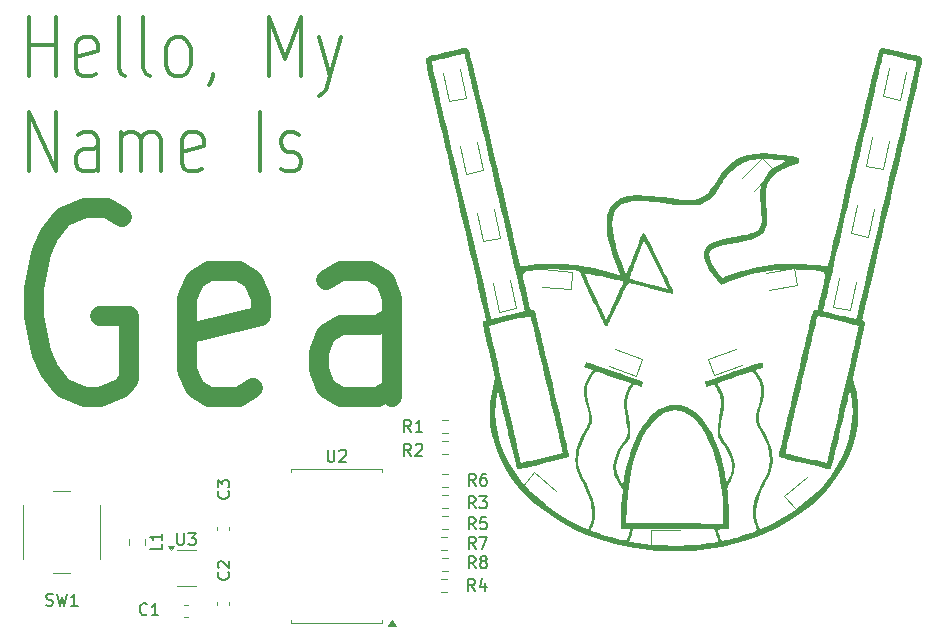
<source format=gbr>
%TF.GenerationSoftware,KiCad,Pcbnew,8.0.6*%
%TF.CreationDate,2024-12-16T19:52:51-05:00*%
%TF.ProjectId,nametag,6e616d65-7461-4672-9e6b-696361645f70,rev?*%
%TF.SameCoordinates,Original*%
%TF.FileFunction,Legend,Top*%
%TF.FilePolarity,Positive*%
%FSLAX46Y46*%
G04 Gerber Fmt 4.6, Leading zero omitted, Abs format (unit mm)*
G04 Created by KiCad (PCBNEW 8.0.6) date 2024-12-16 19:52:51*
%MOMM*%
%LPD*%
G01*
G04 APERTURE LIST*
%ADD10C,0.300000*%
%ADD11C,1.700000*%
%ADD12C,0.150000*%
%ADD13C,0.120000*%
%ADD14C,0.000000*%
G04 APERTURE END LIST*
D10*
X43149748Y-47837775D02*
X43149748Y-42837775D01*
X43149748Y-45218727D02*
X45435463Y-45218727D01*
X45435463Y-47837775D02*
X45435463Y-42837775D01*
X48864034Y-47599680D02*
X48483082Y-47837775D01*
X48483082Y-47837775D02*
X47721177Y-47837775D01*
X47721177Y-47837775D02*
X47340224Y-47599680D01*
X47340224Y-47599680D02*
X47149748Y-47123489D01*
X47149748Y-47123489D02*
X47149748Y-45218727D01*
X47149748Y-45218727D02*
X47340224Y-44742537D01*
X47340224Y-44742537D02*
X47721177Y-44504441D01*
X47721177Y-44504441D02*
X48483082Y-44504441D01*
X48483082Y-44504441D02*
X48864034Y-44742537D01*
X48864034Y-44742537D02*
X49054510Y-45218727D01*
X49054510Y-45218727D02*
X49054510Y-45694918D01*
X49054510Y-45694918D02*
X47149748Y-46171108D01*
X51340224Y-47837775D02*
X50959272Y-47599680D01*
X50959272Y-47599680D02*
X50768795Y-47123489D01*
X50768795Y-47123489D02*
X50768795Y-42837775D01*
X53435462Y-47837775D02*
X53054510Y-47599680D01*
X53054510Y-47599680D02*
X52864033Y-47123489D01*
X52864033Y-47123489D02*
X52864033Y-42837775D01*
X55530700Y-47837775D02*
X55149748Y-47599680D01*
X55149748Y-47599680D02*
X54959271Y-47361584D01*
X54959271Y-47361584D02*
X54768795Y-46885394D01*
X54768795Y-46885394D02*
X54768795Y-45456822D01*
X54768795Y-45456822D02*
X54959271Y-44980632D01*
X54959271Y-44980632D02*
X55149748Y-44742537D01*
X55149748Y-44742537D02*
X55530700Y-44504441D01*
X55530700Y-44504441D02*
X56102129Y-44504441D01*
X56102129Y-44504441D02*
X56483081Y-44742537D01*
X56483081Y-44742537D02*
X56673557Y-44980632D01*
X56673557Y-44980632D02*
X56864033Y-45456822D01*
X56864033Y-45456822D02*
X56864033Y-46885394D01*
X56864033Y-46885394D02*
X56673557Y-47361584D01*
X56673557Y-47361584D02*
X56483081Y-47599680D01*
X56483081Y-47599680D02*
X56102129Y-47837775D01*
X56102129Y-47837775D02*
X55530700Y-47837775D01*
X58768796Y-47599680D02*
X58768796Y-47837775D01*
X58768796Y-47837775D02*
X58578319Y-48313965D01*
X58578319Y-48313965D02*
X58387843Y-48552060D01*
X63530700Y-47837775D02*
X63530700Y-42837775D01*
X63530700Y-42837775D02*
X64864034Y-46409203D01*
X64864034Y-46409203D02*
X66197367Y-42837775D01*
X66197367Y-42837775D02*
X66197367Y-47837775D01*
X67721177Y-44504441D02*
X68673558Y-47837775D01*
X69625939Y-44504441D02*
X68673558Y-47837775D01*
X68673558Y-47837775D02*
X68292606Y-49028251D01*
X68292606Y-49028251D02*
X68102129Y-49266346D01*
X68102129Y-49266346D02*
X67721177Y-49504441D01*
X43149748Y-55887495D02*
X43149748Y-50887495D01*
X43149748Y-50887495D02*
X45435463Y-55887495D01*
X45435463Y-55887495D02*
X45435463Y-50887495D01*
X49054510Y-55887495D02*
X49054510Y-53268447D01*
X49054510Y-53268447D02*
X48864034Y-52792257D01*
X48864034Y-52792257D02*
X48483082Y-52554161D01*
X48483082Y-52554161D02*
X47721177Y-52554161D01*
X47721177Y-52554161D02*
X47340224Y-52792257D01*
X49054510Y-55649400D02*
X48673558Y-55887495D01*
X48673558Y-55887495D02*
X47721177Y-55887495D01*
X47721177Y-55887495D02*
X47340224Y-55649400D01*
X47340224Y-55649400D02*
X47149748Y-55173209D01*
X47149748Y-55173209D02*
X47149748Y-54697019D01*
X47149748Y-54697019D02*
X47340224Y-54220828D01*
X47340224Y-54220828D02*
X47721177Y-53982733D01*
X47721177Y-53982733D02*
X48673558Y-53982733D01*
X48673558Y-53982733D02*
X49054510Y-53744638D01*
X50959272Y-55887495D02*
X50959272Y-52554161D01*
X50959272Y-53030352D02*
X51149749Y-52792257D01*
X51149749Y-52792257D02*
X51530701Y-52554161D01*
X51530701Y-52554161D02*
X52102130Y-52554161D01*
X52102130Y-52554161D02*
X52483082Y-52792257D01*
X52483082Y-52792257D02*
X52673558Y-53268447D01*
X52673558Y-53268447D02*
X52673558Y-55887495D01*
X52673558Y-53268447D02*
X52864034Y-52792257D01*
X52864034Y-52792257D02*
X53244987Y-52554161D01*
X53244987Y-52554161D02*
X53816415Y-52554161D01*
X53816415Y-52554161D02*
X54197368Y-52792257D01*
X54197368Y-52792257D02*
X54387844Y-53268447D01*
X54387844Y-53268447D02*
X54387844Y-55887495D01*
X57816415Y-55649400D02*
X57435463Y-55887495D01*
X57435463Y-55887495D02*
X56673558Y-55887495D01*
X56673558Y-55887495D02*
X56292605Y-55649400D01*
X56292605Y-55649400D02*
X56102129Y-55173209D01*
X56102129Y-55173209D02*
X56102129Y-53268447D01*
X56102129Y-53268447D02*
X56292605Y-52792257D01*
X56292605Y-52792257D02*
X56673558Y-52554161D01*
X56673558Y-52554161D02*
X57435463Y-52554161D01*
X57435463Y-52554161D02*
X57816415Y-52792257D01*
X57816415Y-52792257D02*
X58006891Y-53268447D01*
X58006891Y-53268447D02*
X58006891Y-53744638D01*
X58006891Y-53744638D02*
X56102129Y-54220828D01*
X62768795Y-55887495D02*
X62768795Y-50887495D01*
X64483081Y-55649400D02*
X64864034Y-55887495D01*
X64864034Y-55887495D02*
X65625938Y-55887495D01*
X65625938Y-55887495D02*
X66006891Y-55649400D01*
X66006891Y-55649400D02*
X66197367Y-55173209D01*
X66197367Y-55173209D02*
X66197367Y-54935114D01*
X66197367Y-54935114D02*
X66006891Y-54458923D01*
X66006891Y-54458923D02*
X65625938Y-54220828D01*
X65625938Y-54220828D02*
X65054510Y-54220828D01*
X65054510Y-54220828D02*
X64673557Y-53982733D01*
X64673557Y-53982733D02*
X64483081Y-53506542D01*
X64483081Y-53506542D02*
X64483081Y-53268447D01*
X64483081Y-53268447D02*
X64673557Y-52792257D01*
X64673557Y-52792257D02*
X65054510Y-52554161D01*
X65054510Y-52554161D02*
X65625938Y-52554161D01*
X65625938Y-52554161D02*
X66006891Y-52792257D01*
D11*
X51023182Y-59715409D02*
X49785087Y-58953504D01*
X49785087Y-58953504D02*
X47927944Y-58953504D01*
X47927944Y-58953504D02*
X46070801Y-59715409D01*
X46070801Y-59715409D02*
X44832706Y-61239219D01*
X44832706Y-61239219D02*
X44213659Y-62763028D01*
X44213659Y-62763028D02*
X43594611Y-65810647D01*
X43594611Y-65810647D02*
X43594611Y-68096361D01*
X43594611Y-68096361D02*
X44213659Y-71143980D01*
X44213659Y-71143980D02*
X44832706Y-72667790D01*
X44832706Y-72667790D02*
X46070801Y-74191600D01*
X46070801Y-74191600D02*
X47927944Y-74953504D01*
X47927944Y-74953504D02*
X49166040Y-74953504D01*
X49166040Y-74953504D02*
X51023182Y-74191600D01*
X51023182Y-74191600D02*
X51642230Y-73429695D01*
X51642230Y-73429695D02*
X51642230Y-68096361D01*
X51642230Y-68096361D02*
X49166040Y-68096361D01*
X62166040Y-74191600D02*
X60927944Y-74953504D01*
X60927944Y-74953504D02*
X58451754Y-74953504D01*
X58451754Y-74953504D02*
X57213659Y-74191600D01*
X57213659Y-74191600D02*
X56594611Y-72667790D01*
X56594611Y-72667790D02*
X56594611Y-66572552D01*
X56594611Y-66572552D02*
X57213659Y-65048742D01*
X57213659Y-65048742D02*
X58451754Y-64286838D01*
X58451754Y-64286838D02*
X60927944Y-64286838D01*
X60927944Y-64286838D02*
X62166040Y-65048742D01*
X62166040Y-65048742D02*
X62785087Y-66572552D01*
X62785087Y-66572552D02*
X62785087Y-68096361D01*
X62785087Y-68096361D02*
X56594611Y-69620171D01*
X73927944Y-74953504D02*
X73927944Y-66572552D01*
X73927944Y-66572552D02*
X73308897Y-65048742D01*
X73308897Y-65048742D02*
X72070801Y-64286838D01*
X72070801Y-64286838D02*
X69594611Y-64286838D01*
X69594611Y-64286838D02*
X68356516Y-65048742D01*
X73927944Y-74191600D02*
X72689849Y-74953504D01*
X72689849Y-74953504D02*
X69594611Y-74953504D01*
X69594611Y-74953504D02*
X68356516Y-74191600D01*
X68356516Y-74191600D02*
X67737468Y-72667790D01*
X67737468Y-72667790D02*
X67737468Y-71143980D01*
X67737468Y-71143980D02*
X68356516Y-69620171D01*
X68356516Y-69620171D02*
X69594611Y-68858266D01*
X69594611Y-68858266D02*
X72689849Y-68858266D01*
X72689849Y-68858266D02*
X73927944Y-68096361D01*
D12*
X68453095Y-79464819D02*
X68453095Y-80274342D01*
X68453095Y-80274342D02*
X68500714Y-80369580D01*
X68500714Y-80369580D02*
X68548333Y-80417200D01*
X68548333Y-80417200D02*
X68643571Y-80464819D01*
X68643571Y-80464819D02*
X68834047Y-80464819D01*
X68834047Y-80464819D02*
X68929285Y-80417200D01*
X68929285Y-80417200D02*
X68976904Y-80369580D01*
X68976904Y-80369580D02*
X69024523Y-80274342D01*
X69024523Y-80274342D02*
X69024523Y-79464819D01*
X69453095Y-79560057D02*
X69500714Y-79512438D01*
X69500714Y-79512438D02*
X69595952Y-79464819D01*
X69595952Y-79464819D02*
X69834047Y-79464819D01*
X69834047Y-79464819D02*
X69929285Y-79512438D01*
X69929285Y-79512438D02*
X69976904Y-79560057D01*
X69976904Y-79560057D02*
X70024523Y-79655295D01*
X70024523Y-79655295D02*
X70024523Y-79750533D01*
X70024523Y-79750533D02*
X69976904Y-79893390D01*
X69976904Y-79893390D02*
X69405476Y-80464819D01*
X69405476Y-80464819D02*
X70024523Y-80464819D01*
X80986333Y-86179819D02*
X80653000Y-85703628D01*
X80414905Y-86179819D02*
X80414905Y-85179819D01*
X80414905Y-85179819D02*
X80795857Y-85179819D01*
X80795857Y-85179819D02*
X80891095Y-85227438D01*
X80891095Y-85227438D02*
X80938714Y-85275057D01*
X80938714Y-85275057D02*
X80986333Y-85370295D01*
X80986333Y-85370295D02*
X80986333Y-85513152D01*
X80986333Y-85513152D02*
X80938714Y-85608390D01*
X80938714Y-85608390D02*
X80891095Y-85656009D01*
X80891095Y-85656009D02*
X80795857Y-85703628D01*
X80795857Y-85703628D02*
X80414905Y-85703628D01*
X81891095Y-85179819D02*
X81414905Y-85179819D01*
X81414905Y-85179819D02*
X81367286Y-85656009D01*
X81367286Y-85656009D02*
X81414905Y-85608390D01*
X81414905Y-85608390D02*
X81510143Y-85560771D01*
X81510143Y-85560771D02*
X81748238Y-85560771D01*
X81748238Y-85560771D02*
X81843476Y-85608390D01*
X81843476Y-85608390D02*
X81891095Y-85656009D01*
X81891095Y-85656009D02*
X81938714Y-85751247D01*
X81938714Y-85751247D02*
X81938714Y-85989342D01*
X81938714Y-85989342D02*
X81891095Y-86084580D01*
X81891095Y-86084580D02*
X81843476Y-86132200D01*
X81843476Y-86132200D02*
X81748238Y-86179819D01*
X81748238Y-86179819D02*
X81510143Y-86179819D01*
X81510143Y-86179819D02*
X81414905Y-86132200D01*
X81414905Y-86132200D02*
X81367286Y-86084580D01*
X55727695Y-86513619D02*
X55727695Y-87323142D01*
X55727695Y-87323142D02*
X55775314Y-87418380D01*
X55775314Y-87418380D02*
X55822933Y-87466000D01*
X55822933Y-87466000D02*
X55918171Y-87513619D01*
X55918171Y-87513619D02*
X56108647Y-87513619D01*
X56108647Y-87513619D02*
X56203885Y-87466000D01*
X56203885Y-87466000D02*
X56251504Y-87418380D01*
X56251504Y-87418380D02*
X56299123Y-87323142D01*
X56299123Y-87323142D02*
X56299123Y-86513619D01*
X56680076Y-86513619D02*
X57299123Y-86513619D01*
X57299123Y-86513619D02*
X56965790Y-86894571D01*
X56965790Y-86894571D02*
X57108647Y-86894571D01*
X57108647Y-86894571D02*
X57203885Y-86942190D01*
X57203885Y-86942190D02*
X57251504Y-86989809D01*
X57251504Y-86989809D02*
X57299123Y-87085047D01*
X57299123Y-87085047D02*
X57299123Y-87323142D01*
X57299123Y-87323142D02*
X57251504Y-87418380D01*
X57251504Y-87418380D02*
X57203885Y-87466000D01*
X57203885Y-87466000D02*
X57108647Y-87513619D01*
X57108647Y-87513619D02*
X56822933Y-87513619D01*
X56822933Y-87513619D02*
X56727695Y-87466000D01*
X56727695Y-87466000D02*
X56680076Y-87418380D01*
X60049580Y-89828666D02*
X60097200Y-89876285D01*
X60097200Y-89876285D02*
X60144819Y-90019142D01*
X60144819Y-90019142D02*
X60144819Y-90114380D01*
X60144819Y-90114380D02*
X60097200Y-90257237D01*
X60097200Y-90257237D02*
X60001961Y-90352475D01*
X60001961Y-90352475D02*
X59906723Y-90400094D01*
X59906723Y-90400094D02*
X59716247Y-90447713D01*
X59716247Y-90447713D02*
X59573390Y-90447713D01*
X59573390Y-90447713D02*
X59382914Y-90400094D01*
X59382914Y-90400094D02*
X59287676Y-90352475D01*
X59287676Y-90352475D02*
X59192438Y-90257237D01*
X59192438Y-90257237D02*
X59144819Y-90114380D01*
X59144819Y-90114380D02*
X59144819Y-90019142D01*
X59144819Y-90019142D02*
X59192438Y-89876285D01*
X59192438Y-89876285D02*
X59240057Y-89828666D01*
X59240057Y-89447713D02*
X59192438Y-89400094D01*
X59192438Y-89400094D02*
X59144819Y-89304856D01*
X59144819Y-89304856D02*
X59144819Y-89066761D01*
X59144819Y-89066761D02*
X59192438Y-88971523D01*
X59192438Y-88971523D02*
X59240057Y-88923904D01*
X59240057Y-88923904D02*
X59335295Y-88876285D01*
X59335295Y-88876285D02*
X59430533Y-88876285D01*
X59430533Y-88876285D02*
X59573390Y-88923904D01*
X59573390Y-88923904D02*
X60144819Y-89495332D01*
X60144819Y-89495332D02*
X60144819Y-88876285D01*
X53173333Y-93359580D02*
X53125714Y-93407200D01*
X53125714Y-93407200D02*
X52982857Y-93454819D01*
X52982857Y-93454819D02*
X52887619Y-93454819D01*
X52887619Y-93454819D02*
X52744762Y-93407200D01*
X52744762Y-93407200D02*
X52649524Y-93311961D01*
X52649524Y-93311961D02*
X52601905Y-93216723D01*
X52601905Y-93216723D02*
X52554286Y-93026247D01*
X52554286Y-93026247D02*
X52554286Y-92883390D01*
X52554286Y-92883390D02*
X52601905Y-92692914D01*
X52601905Y-92692914D02*
X52649524Y-92597676D01*
X52649524Y-92597676D02*
X52744762Y-92502438D01*
X52744762Y-92502438D02*
X52887619Y-92454819D01*
X52887619Y-92454819D02*
X52982857Y-92454819D01*
X52982857Y-92454819D02*
X53125714Y-92502438D01*
X53125714Y-92502438D02*
X53173333Y-92550057D01*
X54125714Y-93454819D02*
X53554286Y-93454819D01*
X53840000Y-93454819D02*
X53840000Y-92454819D01*
X53840000Y-92454819D02*
X53744762Y-92597676D01*
X53744762Y-92597676D02*
X53649524Y-92692914D01*
X53649524Y-92692914D02*
X53554286Y-92740533D01*
X80986333Y-89481819D02*
X80653000Y-89005628D01*
X80414905Y-89481819D02*
X80414905Y-88481819D01*
X80414905Y-88481819D02*
X80795857Y-88481819D01*
X80795857Y-88481819D02*
X80891095Y-88529438D01*
X80891095Y-88529438D02*
X80938714Y-88577057D01*
X80938714Y-88577057D02*
X80986333Y-88672295D01*
X80986333Y-88672295D02*
X80986333Y-88815152D01*
X80986333Y-88815152D02*
X80938714Y-88910390D01*
X80938714Y-88910390D02*
X80891095Y-88958009D01*
X80891095Y-88958009D02*
X80795857Y-89005628D01*
X80795857Y-89005628D02*
X80414905Y-89005628D01*
X81557762Y-88910390D02*
X81462524Y-88862771D01*
X81462524Y-88862771D02*
X81414905Y-88815152D01*
X81414905Y-88815152D02*
X81367286Y-88719914D01*
X81367286Y-88719914D02*
X81367286Y-88672295D01*
X81367286Y-88672295D02*
X81414905Y-88577057D01*
X81414905Y-88577057D02*
X81462524Y-88529438D01*
X81462524Y-88529438D02*
X81557762Y-88481819D01*
X81557762Y-88481819D02*
X81748238Y-88481819D01*
X81748238Y-88481819D02*
X81843476Y-88529438D01*
X81843476Y-88529438D02*
X81891095Y-88577057D01*
X81891095Y-88577057D02*
X81938714Y-88672295D01*
X81938714Y-88672295D02*
X81938714Y-88719914D01*
X81938714Y-88719914D02*
X81891095Y-88815152D01*
X81891095Y-88815152D02*
X81843476Y-88862771D01*
X81843476Y-88862771D02*
X81748238Y-88910390D01*
X81748238Y-88910390D02*
X81557762Y-88910390D01*
X81557762Y-88910390D02*
X81462524Y-88958009D01*
X81462524Y-88958009D02*
X81414905Y-89005628D01*
X81414905Y-89005628D02*
X81367286Y-89100866D01*
X81367286Y-89100866D02*
X81367286Y-89291342D01*
X81367286Y-89291342D02*
X81414905Y-89386580D01*
X81414905Y-89386580D02*
X81462524Y-89434200D01*
X81462524Y-89434200D02*
X81557762Y-89481819D01*
X81557762Y-89481819D02*
X81748238Y-89481819D01*
X81748238Y-89481819D02*
X81843476Y-89434200D01*
X81843476Y-89434200D02*
X81891095Y-89386580D01*
X81891095Y-89386580D02*
X81938714Y-89291342D01*
X81938714Y-89291342D02*
X81938714Y-89100866D01*
X81938714Y-89100866D02*
X81891095Y-89005628D01*
X81891095Y-89005628D02*
X81843476Y-88958009D01*
X81843476Y-88958009D02*
X81748238Y-88910390D01*
X44640667Y-92609200D02*
X44783524Y-92656819D01*
X44783524Y-92656819D02*
X45021619Y-92656819D01*
X45021619Y-92656819D02*
X45116857Y-92609200D01*
X45116857Y-92609200D02*
X45164476Y-92561580D01*
X45164476Y-92561580D02*
X45212095Y-92466342D01*
X45212095Y-92466342D02*
X45212095Y-92371104D01*
X45212095Y-92371104D02*
X45164476Y-92275866D01*
X45164476Y-92275866D02*
X45116857Y-92228247D01*
X45116857Y-92228247D02*
X45021619Y-92180628D01*
X45021619Y-92180628D02*
X44831143Y-92133009D01*
X44831143Y-92133009D02*
X44735905Y-92085390D01*
X44735905Y-92085390D02*
X44688286Y-92037771D01*
X44688286Y-92037771D02*
X44640667Y-91942533D01*
X44640667Y-91942533D02*
X44640667Y-91847295D01*
X44640667Y-91847295D02*
X44688286Y-91752057D01*
X44688286Y-91752057D02*
X44735905Y-91704438D01*
X44735905Y-91704438D02*
X44831143Y-91656819D01*
X44831143Y-91656819D02*
X45069238Y-91656819D01*
X45069238Y-91656819D02*
X45212095Y-91704438D01*
X45545429Y-91656819D02*
X45783524Y-92656819D01*
X45783524Y-92656819D02*
X45974000Y-91942533D01*
X45974000Y-91942533D02*
X46164476Y-92656819D01*
X46164476Y-92656819D02*
X46402572Y-91656819D01*
X47307333Y-92656819D02*
X46735905Y-92656819D01*
X47021619Y-92656819D02*
X47021619Y-91656819D01*
X47021619Y-91656819D02*
X46926381Y-91799676D01*
X46926381Y-91799676D02*
X46831143Y-91894914D01*
X46831143Y-91894914D02*
X46735905Y-91942533D01*
X54428819Y-87406666D02*
X54428819Y-87882856D01*
X54428819Y-87882856D02*
X53428819Y-87882856D01*
X54428819Y-86549523D02*
X54428819Y-87120951D01*
X54428819Y-86835237D02*
X53428819Y-86835237D01*
X53428819Y-86835237D02*
X53571676Y-86930475D01*
X53571676Y-86930475D02*
X53666914Y-87025713D01*
X53666914Y-87025713D02*
X53714533Y-87120951D01*
X80986333Y-82496819D02*
X80653000Y-82020628D01*
X80414905Y-82496819D02*
X80414905Y-81496819D01*
X80414905Y-81496819D02*
X80795857Y-81496819D01*
X80795857Y-81496819D02*
X80891095Y-81544438D01*
X80891095Y-81544438D02*
X80938714Y-81592057D01*
X80938714Y-81592057D02*
X80986333Y-81687295D01*
X80986333Y-81687295D02*
X80986333Y-81830152D01*
X80986333Y-81830152D02*
X80938714Y-81925390D01*
X80938714Y-81925390D02*
X80891095Y-81973009D01*
X80891095Y-81973009D02*
X80795857Y-82020628D01*
X80795857Y-82020628D02*
X80414905Y-82020628D01*
X81843476Y-81496819D02*
X81653000Y-81496819D01*
X81653000Y-81496819D02*
X81557762Y-81544438D01*
X81557762Y-81544438D02*
X81510143Y-81592057D01*
X81510143Y-81592057D02*
X81414905Y-81734914D01*
X81414905Y-81734914D02*
X81367286Y-81925390D01*
X81367286Y-81925390D02*
X81367286Y-82306342D01*
X81367286Y-82306342D02*
X81414905Y-82401580D01*
X81414905Y-82401580D02*
X81462524Y-82449200D01*
X81462524Y-82449200D02*
X81557762Y-82496819D01*
X81557762Y-82496819D02*
X81748238Y-82496819D01*
X81748238Y-82496819D02*
X81843476Y-82449200D01*
X81843476Y-82449200D02*
X81891095Y-82401580D01*
X81891095Y-82401580D02*
X81938714Y-82306342D01*
X81938714Y-82306342D02*
X81938714Y-82068247D01*
X81938714Y-82068247D02*
X81891095Y-81973009D01*
X81891095Y-81973009D02*
X81843476Y-81925390D01*
X81843476Y-81925390D02*
X81748238Y-81877771D01*
X81748238Y-81877771D02*
X81557762Y-81877771D01*
X81557762Y-81877771D02*
X81462524Y-81925390D01*
X81462524Y-81925390D02*
X81414905Y-81973009D01*
X81414905Y-81973009D02*
X81367286Y-82068247D01*
X80986333Y-87830819D02*
X80653000Y-87354628D01*
X80414905Y-87830819D02*
X80414905Y-86830819D01*
X80414905Y-86830819D02*
X80795857Y-86830819D01*
X80795857Y-86830819D02*
X80891095Y-86878438D01*
X80891095Y-86878438D02*
X80938714Y-86926057D01*
X80938714Y-86926057D02*
X80986333Y-87021295D01*
X80986333Y-87021295D02*
X80986333Y-87164152D01*
X80986333Y-87164152D02*
X80938714Y-87259390D01*
X80938714Y-87259390D02*
X80891095Y-87307009D01*
X80891095Y-87307009D02*
X80795857Y-87354628D01*
X80795857Y-87354628D02*
X80414905Y-87354628D01*
X81319667Y-86830819D02*
X81986333Y-86830819D01*
X81986333Y-86830819D02*
X81557762Y-87830819D01*
X75525333Y-77924819D02*
X75192000Y-77448628D01*
X74953905Y-77924819D02*
X74953905Y-76924819D01*
X74953905Y-76924819D02*
X75334857Y-76924819D01*
X75334857Y-76924819D02*
X75430095Y-76972438D01*
X75430095Y-76972438D02*
X75477714Y-77020057D01*
X75477714Y-77020057D02*
X75525333Y-77115295D01*
X75525333Y-77115295D02*
X75525333Y-77258152D01*
X75525333Y-77258152D02*
X75477714Y-77353390D01*
X75477714Y-77353390D02*
X75430095Y-77401009D01*
X75430095Y-77401009D02*
X75334857Y-77448628D01*
X75334857Y-77448628D02*
X74953905Y-77448628D01*
X76477714Y-77924819D02*
X75906286Y-77924819D01*
X76192000Y-77924819D02*
X76192000Y-76924819D01*
X76192000Y-76924819D02*
X76096762Y-77067676D01*
X76096762Y-77067676D02*
X76001524Y-77162914D01*
X76001524Y-77162914D02*
X75906286Y-77210533D01*
X75525333Y-79956819D02*
X75192000Y-79480628D01*
X74953905Y-79956819D02*
X74953905Y-78956819D01*
X74953905Y-78956819D02*
X75334857Y-78956819D01*
X75334857Y-78956819D02*
X75430095Y-79004438D01*
X75430095Y-79004438D02*
X75477714Y-79052057D01*
X75477714Y-79052057D02*
X75525333Y-79147295D01*
X75525333Y-79147295D02*
X75525333Y-79290152D01*
X75525333Y-79290152D02*
X75477714Y-79385390D01*
X75477714Y-79385390D02*
X75430095Y-79433009D01*
X75430095Y-79433009D02*
X75334857Y-79480628D01*
X75334857Y-79480628D02*
X74953905Y-79480628D01*
X75906286Y-79052057D02*
X75953905Y-79004438D01*
X75953905Y-79004438D02*
X76049143Y-78956819D01*
X76049143Y-78956819D02*
X76287238Y-78956819D01*
X76287238Y-78956819D02*
X76382476Y-79004438D01*
X76382476Y-79004438D02*
X76430095Y-79052057D01*
X76430095Y-79052057D02*
X76477714Y-79147295D01*
X76477714Y-79147295D02*
X76477714Y-79242533D01*
X76477714Y-79242533D02*
X76430095Y-79385390D01*
X76430095Y-79385390D02*
X75858667Y-79956819D01*
X75858667Y-79956819D02*
X76477714Y-79956819D01*
X80939333Y-91386819D02*
X80606000Y-90910628D01*
X80367905Y-91386819D02*
X80367905Y-90386819D01*
X80367905Y-90386819D02*
X80748857Y-90386819D01*
X80748857Y-90386819D02*
X80844095Y-90434438D01*
X80844095Y-90434438D02*
X80891714Y-90482057D01*
X80891714Y-90482057D02*
X80939333Y-90577295D01*
X80939333Y-90577295D02*
X80939333Y-90720152D01*
X80939333Y-90720152D02*
X80891714Y-90815390D01*
X80891714Y-90815390D02*
X80844095Y-90863009D01*
X80844095Y-90863009D02*
X80748857Y-90910628D01*
X80748857Y-90910628D02*
X80367905Y-90910628D01*
X81796476Y-90720152D02*
X81796476Y-91386819D01*
X81558381Y-90339200D02*
X81320286Y-91053485D01*
X81320286Y-91053485D02*
X81939333Y-91053485D01*
X80986333Y-84401819D02*
X80653000Y-83925628D01*
X80414905Y-84401819D02*
X80414905Y-83401819D01*
X80414905Y-83401819D02*
X80795857Y-83401819D01*
X80795857Y-83401819D02*
X80891095Y-83449438D01*
X80891095Y-83449438D02*
X80938714Y-83497057D01*
X80938714Y-83497057D02*
X80986333Y-83592295D01*
X80986333Y-83592295D02*
X80986333Y-83735152D01*
X80986333Y-83735152D02*
X80938714Y-83830390D01*
X80938714Y-83830390D02*
X80891095Y-83878009D01*
X80891095Y-83878009D02*
X80795857Y-83925628D01*
X80795857Y-83925628D02*
X80414905Y-83925628D01*
X81319667Y-83401819D02*
X81938714Y-83401819D01*
X81938714Y-83401819D02*
X81605381Y-83782771D01*
X81605381Y-83782771D02*
X81748238Y-83782771D01*
X81748238Y-83782771D02*
X81843476Y-83830390D01*
X81843476Y-83830390D02*
X81891095Y-83878009D01*
X81891095Y-83878009D02*
X81938714Y-83973247D01*
X81938714Y-83973247D02*
X81938714Y-84211342D01*
X81938714Y-84211342D02*
X81891095Y-84306580D01*
X81891095Y-84306580D02*
X81843476Y-84354200D01*
X81843476Y-84354200D02*
X81748238Y-84401819D01*
X81748238Y-84401819D02*
X81462524Y-84401819D01*
X81462524Y-84401819D02*
X81367286Y-84354200D01*
X81367286Y-84354200D02*
X81319667Y-84306580D01*
X60049580Y-82970666D02*
X60097200Y-83018285D01*
X60097200Y-83018285D02*
X60144819Y-83161142D01*
X60144819Y-83161142D02*
X60144819Y-83256380D01*
X60144819Y-83256380D02*
X60097200Y-83399237D01*
X60097200Y-83399237D02*
X60001961Y-83494475D01*
X60001961Y-83494475D02*
X59906723Y-83542094D01*
X59906723Y-83542094D02*
X59716247Y-83589713D01*
X59716247Y-83589713D02*
X59573390Y-83589713D01*
X59573390Y-83589713D02*
X59382914Y-83542094D01*
X59382914Y-83542094D02*
X59287676Y-83494475D01*
X59287676Y-83494475D02*
X59192438Y-83399237D01*
X59192438Y-83399237D02*
X59144819Y-83256380D01*
X59144819Y-83256380D02*
X59144819Y-83161142D01*
X59144819Y-83161142D02*
X59192438Y-83018285D01*
X59192438Y-83018285D02*
X59240057Y-82970666D01*
X59144819Y-82637332D02*
X59144819Y-82018285D01*
X59144819Y-82018285D02*
X59525771Y-82351618D01*
X59525771Y-82351618D02*
X59525771Y-82208761D01*
X59525771Y-82208761D02*
X59573390Y-82113523D01*
X59573390Y-82113523D02*
X59621009Y-82065904D01*
X59621009Y-82065904D02*
X59716247Y-82018285D01*
X59716247Y-82018285D02*
X59954342Y-82018285D01*
X59954342Y-82018285D02*
X60049580Y-82065904D01*
X60049580Y-82065904D02*
X60097200Y-82113523D01*
X60097200Y-82113523D02*
X60144819Y-82208761D01*
X60144819Y-82208761D02*
X60144819Y-82494475D01*
X60144819Y-82494475D02*
X60097200Y-82589713D01*
X60097200Y-82589713D02*
X60049580Y-82637332D01*
D13*
%TO.C,U2*%
X65355000Y-81120000D02*
X65355000Y-81355000D01*
X65355000Y-94140000D02*
X65355000Y-93905000D01*
X69215000Y-81120000D02*
X65355000Y-81120000D01*
X69215000Y-81120000D02*
X73075000Y-81120000D01*
X69215000Y-94140000D02*
X65355000Y-94140000D01*
X69215000Y-94140000D02*
X73075000Y-94140000D01*
X73075000Y-81120000D02*
X73075000Y-81355000D01*
X73075000Y-94140000D02*
X73075000Y-93905000D01*
X74267500Y-94375000D02*
X73587500Y-94375000D01*
X73927500Y-93905000D01*
X74267500Y-94375000D01*
G36*
X74267500Y-94375000D02*
G01*
X73587500Y-94375000D01*
X73927500Y-93905000D01*
X74267500Y-94375000D01*
G37*
%TO.C,D8*%
X111276005Y-67350788D02*
X112713882Y-67656419D01*
X111787468Y-64944545D02*
X111276005Y-67350788D01*
X112713882Y-67656419D02*
X113225345Y-65250176D01*
%TO.C,R5*%
X78127776Y-85075500D02*
X78637224Y-85075500D01*
X78127776Y-86120500D02*
X78637224Y-86120500D01*
%TO.C,D16*%
X92275092Y-72344326D02*
X94586736Y-73185696D01*
X94586736Y-73185696D02*
X95089506Y-71804347D01*
X95089506Y-71804347D02*
X92777862Y-70962978D01*
%TO.C,D1*%
X78189055Y-47536418D02*
X78700518Y-49942661D01*
X78700518Y-49942661D02*
X80138395Y-49637031D01*
X80138395Y-49637031D02*
X79626932Y-47230788D01*
%TO.C,U3*%
X56489600Y-87898800D02*
X55689600Y-87898800D01*
X56489600Y-87898800D02*
X57289600Y-87898800D01*
X56489600Y-91018800D02*
X55689600Y-91018800D01*
X56489600Y-91018800D02*
X57289600Y-91018800D01*
X55189600Y-87948800D02*
X54949600Y-87618800D01*
X55429600Y-87618800D01*
X55189600Y-87948800D01*
G36*
X55189600Y-87948800D02*
G01*
X54949600Y-87618800D01*
X55429600Y-87618800D01*
X55189600Y-87948800D01*
G37*
%TO.C,C2*%
X59060000Y-92628767D02*
X59060000Y-92336233D01*
X60080000Y-92628767D02*
X60080000Y-92336233D01*
%TO.C,D9*%
X104551238Y-57524209D02*
X106290721Y-55784726D01*
X105251274Y-54745279D02*
X103511791Y-56484762D01*
X106290721Y-55784726D02*
X105251274Y-54745279D01*
%TO.C,D7*%
X112800005Y-61127788D02*
X114237882Y-61433419D01*
X113311468Y-58721545D02*
X112800005Y-61127788D01*
X114237882Y-61433419D02*
X114749345Y-59027176D01*
%TO.C,D13*%
X107130205Y-83380546D02*
X108075104Y-84506630D01*
X108075104Y-84506630D02*
X109959574Y-82925373D01*
X109014675Y-81799287D02*
X107130205Y-83380546D01*
%TO.C,C1*%
X56635867Y-92606400D02*
X56343333Y-92606400D01*
X56635867Y-93626400D02*
X56343333Y-93626400D01*
%TO.C,D10*%
X95876000Y-86260000D02*
X95876000Y-87730000D01*
X95876000Y-87730000D02*
X98336000Y-87730000D01*
X98336000Y-86260000D02*
X95876000Y-86260000D01*
%TO.C,D6*%
X114070005Y-55412788D02*
X115507882Y-55718419D01*
X114581468Y-53006545D02*
X114070005Y-55412788D01*
X115507882Y-55718419D02*
X116019345Y-53312176D01*
%TO.C,D5*%
X115471128Y-49527709D02*
X116909005Y-49833340D01*
X115982591Y-47121466D02*
X115471128Y-49527709D01*
X116909005Y-49833340D02*
X117420468Y-47427097D01*
%TO.C,R8*%
X78127776Y-88631500D02*
X78637224Y-88631500D01*
X78127776Y-89676500D02*
X78637224Y-89676500D01*
%TO.C,SW1*%
X42688000Y-84162000D02*
X42688000Y-88662000D01*
X45188000Y-89912000D02*
X46688000Y-89912000D01*
X46688000Y-82912000D02*
X45188000Y-82912000D01*
X49188000Y-88662000D02*
X49188000Y-84162000D01*
%TO.C,D12*%
X86608863Y-65631555D02*
X89059502Y-65845959D01*
X89059502Y-65845959D02*
X89187621Y-64381552D01*
X89187621Y-64381552D02*
X86736983Y-64167150D01*
%TO.C,D3*%
X81084655Y-59408176D02*
X81596118Y-61814419D01*
X81596118Y-61814419D02*
X83033995Y-61508789D01*
X83033995Y-61508789D02*
X82522532Y-59102546D01*
%TO.C,D4*%
X82498809Y-65367218D02*
X83010272Y-67773461D01*
X83010272Y-67773461D02*
X84448149Y-67467831D01*
X84448149Y-67467831D02*
X83936686Y-65061588D01*
%TO.C,D2*%
X79704809Y-53693176D02*
X80216272Y-56099419D01*
X80216272Y-56099419D02*
X81654149Y-55793789D01*
X81654149Y-55793789D02*
X81142686Y-53387546D01*
%TO.C,L1*%
X51614000Y-86978748D02*
X51614000Y-87501252D01*
X53034000Y-86978748D02*
X53034000Y-87501252D01*
%TO.C,R6*%
X78127776Y-81519500D02*
X78637224Y-81519500D01*
X78127776Y-82564500D02*
X78637224Y-82564500D01*
%TO.C,D14*%
X84961628Y-82499576D02*
X86846097Y-84080833D01*
X85906526Y-81373491D02*
X84961628Y-82499576D01*
X87790996Y-82954749D02*
X85906526Y-81373491D01*
%TO.C,R7*%
X78080776Y-86853500D02*
X78590224Y-86853500D01*
X78080776Y-87898500D02*
X78590224Y-87898500D01*
%TO.C,D11*%
X105793078Y-65911694D02*
X108215705Y-65484520D01*
X107960442Y-64036852D02*
X105537815Y-64464027D01*
X108215705Y-65484520D02*
X107960442Y-64036852D01*
D14*
%TO.C,G\u002A\u002A\u002A*%
G36*
X115572277Y-45456709D02*
G01*
X115749221Y-45480279D01*
X115981560Y-45523621D01*
X116279400Y-45587531D01*
X116652846Y-45672806D01*
X116988831Y-45751309D01*
X117353702Y-45837450D01*
X117692259Y-45918336D01*
X117992124Y-45990936D01*
X118240916Y-46052217D01*
X118426257Y-46099148D01*
X118535768Y-46128695D01*
X118556481Y-46135308D01*
X118702835Y-46238794D01*
X118795993Y-46403672D01*
X118820624Y-46558552D01*
X118809759Y-46619708D01*
X118777812Y-46770133D01*
X118725755Y-47005634D01*
X118654560Y-47322017D01*
X118565199Y-47715088D01*
X118458642Y-48180653D01*
X118335863Y-48714518D01*
X118197832Y-49312490D01*
X118045522Y-49970373D01*
X117879905Y-50683975D01*
X117701951Y-51449102D01*
X117512634Y-52261559D01*
X117312924Y-53117153D01*
X117103794Y-54011689D01*
X116886215Y-54940974D01*
X116661158Y-55900814D01*
X116429597Y-56887015D01*
X116275822Y-57541182D01*
X116040754Y-58541026D01*
X115811548Y-59516534D01*
X115589172Y-60463556D01*
X115374595Y-61377946D01*
X115168788Y-62255555D01*
X114972719Y-63092234D01*
X114787357Y-63883836D01*
X114613671Y-64626212D01*
X114452632Y-65315214D01*
X114305207Y-65946694D01*
X114172366Y-66516504D01*
X114055079Y-67020496D01*
X113954314Y-67454521D01*
X113871041Y-67814431D01*
X113806229Y-68096078D01*
X113760847Y-68295314D01*
X113735864Y-68407990D01*
X113731021Y-68432970D01*
X113771038Y-68503190D01*
X113827102Y-68534402D01*
X113874560Y-68551793D01*
X113912235Y-68576052D01*
X113939035Y-68614808D01*
X113953870Y-68675687D01*
X113955649Y-68766318D01*
X113943282Y-68894328D01*
X113915677Y-69067345D01*
X113871744Y-69292998D01*
X113810392Y-69578913D01*
X113730530Y-69932720D01*
X113631068Y-70362044D01*
X113510915Y-70874516D01*
X113463884Y-71074457D01*
X112913447Y-73413723D01*
X113030902Y-73806946D01*
X113244372Y-74685946D01*
X113364140Y-75573643D01*
X113391582Y-76465264D01*
X113328076Y-77356040D01*
X113175002Y-78241199D01*
X112933736Y-79115971D01*
X112605657Y-79975584D01*
X112192142Y-80815267D01*
X111694571Y-81630250D01*
X111114319Y-82415762D01*
X110452767Y-83167031D01*
X110274917Y-83348858D01*
X109438185Y-84119569D01*
X108531454Y-84827766D01*
X107559235Y-85471518D01*
X106526036Y-86048895D01*
X105436368Y-86557966D01*
X104294741Y-86996800D01*
X103105663Y-87363467D01*
X101873646Y-87656036D01*
X100603197Y-87872576D01*
X99403538Y-88003048D01*
X99181331Y-88016141D01*
X98884846Y-88026840D01*
X98534312Y-88035030D01*
X98149959Y-88040597D01*
X97752016Y-88043428D01*
X97360712Y-88043407D01*
X96996276Y-88040422D01*
X96678938Y-88034357D01*
X96428926Y-88025099D01*
X96349546Y-88020280D01*
X95133067Y-87896930D01*
X93947243Y-87704942D01*
X92795908Y-87447003D01*
X91982027Y-87212125D01*
X93996805Y-87212125D01*
X94041962Y-87230653D01*
X94167277Y-87258032D01*
X94357519Y-87292043D01*
X94597458Y-87330464D01*
X94871862Y-87371075D01*
X95165499Y-87411657D01*
X95463140Y-87449988D01*
X95749551Y-87483849D01*
X96009503Y-87511018D01*
X96109471Y-87520101D01*
X96376893Y-87537141D01*
X96718774Y-87550030D01*
X97113760Y-87558750D01*
X97540497Y-87563283D01*
X97977631Y-87563610D01*
X98403808Y-87559715D01*
X98797675Y-87551577D01*
X99137876Y-87539181D01*
X99398507Y-87522892D01*
X99802448Y-87484180D01*
X100233924Y-87434712D01*
X100660398Y-87378706D01*
X101049336Y-87320377D01*
X101309655Y-87275239D01*
X101466053Y-87240926D01*
X101544052Y-87207732D01*
X101560742Y-87166581D01*
X101553921Y-87145501D01*
X101491120Y-86990131D01*
X101424817Y-86803983D01*
X101364217Y-86615890D01*
X101318527Y-86454680D01*
X101296951Y-86349184D01*
X101296343Y-86338826D01*
X101278485Y-86243869D01*
X101253628Y-86207992D01*
X101199939Y-86203731D01*
X101057926Y-86199590D01*
X100835295Y-86195634D01*
X100539754Y-86191929D01*
X100179007Y-86188540D01*
X99760763Y-86185529D01*
X99292726Y-86182964D01*
X98782604Y-86180907D01*
X98238103Y-86179425D01*
X97762795Y-86178674D01*
X94313438Y-86174988D01*
X94254825Y-86462331D01*
X94203421Y-86666910D01*
X94136301Y-86874703D01*
X94096509Y-86975071D01*
X94040012Y-87104859D01*
X94003876Y-87191840D01*
X93996805Y-87212125D01*
X91982027Y-87212125D01*
X91682894Y-87125798D01*
X90612034Y-86744011D01*
X89587162Y-86304330D01*
X88612111Y-85809440D01*
X87690714Y-85262025D01*
X86826804Y-84664773D01*
X86024214Y-84020367D01*
X85286777Y-83331494D01*
X84618326Y-82600840D01*
X84022694Y-81831089D01*
X83503715Y-81024929D01*
X83065221Y-80185043D01*
X82711045Y-79314118D01*
X82445021Y-78414839D01*
X82407167Y-78251839D01*
X82250259Y-77334360D01*
X82189162Y-76420275D01*
X82194846Y-76271118D01*
X82665236Y-76271118D01*
X82712535Y-77167768D01*
X82852715Y-78050518D01*
X83083205Y-78915971D01*
X83401432Y-79760727D01*
X83804825Y-80581388D01*
X84290810Y-81374557D01*
X84856816Y-82136836D01*
X85500269Y-82864826D01*
X86218599Y-83555129D01*
X87009232Y-84204348D01*
X87869596Y-84809083D01*
X88797119Y-85365937D01*
X89789228Y-85871512D01*
X90008912Y-85972371D01*
X90467694Y-86179064D01*
X90551640Y-86071470D01*
X90610011Y-85970211D01*
X90679112Y-85812680D01*
X90737550Y-85651777D01*
X90805850Y-85349451D01*
X90838997Y-84989067D01*
X90836999Y-84601930D01*
X90799864Y-84219345D01*
X90737096Y-83907379D01*
X90543517Y-83311644D01*
X90279250Y-82707481D01*
X90045963Y-82273997D01*
X89803663Y-81827620D01*
X89628105Y-81422521D01*
X89513420Y-81037137D01*
X89453737Y-80649905D01*
X89443185Y-80239260D01*
X89448029Y-80130778D01*
X89688433Y-80130778D01*
X89691558Y-80587188D01*
X89754641Y-81005151D01*
X89884654Y-81413687D01*
X90088569Y-81841814D01*
X90108089Y-81877427D01*
X90382580Y-82391539D01*
X90603025Y-82846412D01*
X90775353Y-83257805D01*
X90905494Y-83641478D01*
X90999375Y-84013189D01*
X91062927Y-84388700D01*
X91068110Y-84429223D01*
X91091631Y-84813620D01*
X91071546Y-85200756D01*
X91011688Y-85566621D01*
X90915890Y-85887203D01*
X90797501Y-86124271D01*
X90756164Y-86218124D01*
X90763318Y-86276002D01*
X90835089Y-86314904D01*
X90983559Y-86375362D01*
X91193224Y-86452097D01*
X91448578Y-86539830D01*
X91734117Y-86633284D01*
X92034334Y-86727180D01*
X92333725Y-86816239D01*
X92436314Y-86845535D01*
X92773412Y-86940256D01*
X93031646Y-87011542D01*
X93224439Y-87062512D01*
X93365213Y-87096283D01*
X93467391Y-87115972D01*
X93544396Y-87124698D01*
X93609650Y-87125579D01*
X93636692Y-87124365D01*
X93721150Y-87109859D01*
X93781995Y-87063482D01*
X93838593Y-86963558D01*
X93889515Y-86841426D01*
X93955878Y-86649006D01*
X94008655Y-86452161D01*
X94028083Y-86349271D01*
X94057873Y-86131928D01*
X93659821Y-86131928D01*
X93261769Y-86131928D01*
X93276005Y-85647737D01*
X93756730Y-85647737D01*
X94128847Y-85664102D01*
X94236085Y-85666838D01*
X94431063Y-85669679D01*
X94705489Y-85672574D01*
X95051072Y-85675470D01*
X95459522Y-85678315D01*
X95922547Y-85681054D01*
X96431856Y-85683638D01*
X96979160Y-85686011D01*
X97556165Y-85688123D01*
X98154583Y-85689920D01*
X98234140Y-85690129D01*
X101967316Y-85699792D01*
X101966894Y-85183629D01*
X101948943Y-84462768D01*
X101898329Y-83699148D01*
X101818217Y-82916458D01*
X101711770Y-82138384D01*
X101582154Y-81388613D01*
X101432532Y-80690832D01*
X101298109Y-80177444D01*
X101060236Y-79441424D01*
X100790642Y-78769876D01*
X100492341Y-78165996D01*
X100168351Y-77632983D01*
X99821687Y-77174033D01*
X99455365Y-76792342D01*
X99072401Y-76491108D01*
X98675811Y-76273527D01*
X98268610Y-76142797D01*
X97853815Y-76102114D01*
X97491126Y-76142037D01*
X97168882Y-76233513D01*
X96869435Y-76374500D01*
X96573482Y-76576634D01*
X96261719Y-76851552D01*
X96179026Y-76933039D01*
X95992382Y-77128045D01*
X95812957Y-77329035D01*
X95662141Y-77511264D01*
X95567351Y-77640608D01*
X95168931Y-78330007D01*
X94819480Y-79101352D01*
X94519258Y-79953828D01*
X94268526Y-80886622D01*
X94067543Y-81898919D01*
X93950871Y-82699730D01*
X93906833Y-83084555D01*
X93865361Y-83508366D01*
X93828190Y-83947693D01*
X93797056Y-84379066D01*
X93773695Y-84779015D01*
X93759842Y-85124070D01*
X93756730Y-85324836D01*
X93756730Y-85647737D01*
X93276005Y-85647737D01*
X93285498Y-85324836D01*
X93290355Y-85159622D01*
X93302917Y-84803862D01*
X93319878Y-84425125D01*
X93339602Y-84054677D01*
X93360448Y-83723787D01*
X93376942Y-83507283D01*
X93434943Y-82827250D01*
X93258245Y-82586539D01*
X93100727Y-82340721D01*
X92948229Y-82048269D01*
X92817475Y-81745466D01*
X92725189Y-81468592D01*
X92705811Y-81388071D01*
X92656039Y-80923033D01*
X92699901Y-80446415D01*
X92837670Y-79957315D01*
X93069620Y-79454829D01*
X93396023Y-78938053D01*
X93482179Y-78820158D01*
X93616185Y-78631567D01*
X93729393Y-78454493D01*
X93807541Y-78312277D01*
X93834232Y-78243976D01*
X93862060Y-78037965D01*
X93860191Y-77773642D01*
X93827890Y-77442066D01*
X93764425Y-77034294D01*
X93711966Y-76753840D01*
X93619467Y-76207283D01*
X93573249Y-75732402D01*
X93574741Y-75315961D01*
X93625370Y-74944726D01*
X93726562Y-74605462D01*
X93879745Y-74284933D01*
X93998802Y-74093734D01*
X94073559Y-73967318D01*
X94110668Y-73871996D01*
X94107739Y-73837726D01*
X94046668Y-73807763D01*
X93899479Y-73750001D01*
X93671396Y-73666285D01*
X93367640Y-73558463D01*
X92993433Y-73428382D01*
X92553998Y-73277888D01*
X92054556Y-73108829D01*
X91895046Y-73055185D01*
X91161718Y-72808907D01*
X91042774Y-72952365D01*
X90841066Y-73231278D01*
X90657185Y-73550213D01*
X90516858Y-73863527D01*
X90495924Y-73922568D01*
X90430639Y-74157497D01*
X90397054Y-74392464D01*
X90396705Y-74643103D01*
X90431126Y-74925045D01*
X90501852Y-75253923D01*
X90610418Y-75645369D01*
X90690527Y-75904707D01*
X90798478Y-76306847D01*
X90857105Y-76671045D01*
X90864735Y-76982413D01*
X90833851Y-77180345D01*
X90785080Y-77308256D01*
X90698996Y-77486856D01*
X90590498Y-77686236D01*
X90534836Y-77780534D01*
X90257153Y-78261902D01*
X90042056Y-78693496D01*
X89883339Y-79092546D01*
X89774798Y-79476283D01*
X89710227Y-79861936D01*
X89688433Y-80130778D01*
X89448029Y-80130778D01*
X89450070Y-80085071D01*
X89495628Y-79658324D01*
X89583506Y-79248951D01*
X89720402Y-78837779D01*
X89913015Y-78405633D01*
X90168043Y-77933340D01*
X90251305Y-77791700D01*
X90407876Y-77520509D01*
X90522121Y-77291341D01*
X90595334Y-77085313D01*
X90628810Y-76883544D01*
X90623841Y-76667152D01*
X90581722Y-76417255D01*
X90503747Y-76114970D01*
X90391687Y-75742953D01*
X90250841Y-75216530D01*
X90177573Y-74746621D01*
X90173518Y-74319933D01*
X90240312Y-73923170D01*
X90379590Y-73543039D01*
X90592987Y-73166245D01*
X90732969Y-72968307D01*
X90925390Y-72712219D01*
X90576504Y-72597353D01*
X90407893Y-72540631D01*
X90278638Y-72494878D01*
X90212480Y-72468550D01*
X90208989Y-72466429D01*
X90208817Y-72414979D01*
X90231179Y-72309424D01*
X90266060Y-72184747D01*
X90303442Y-72075928D01*
X90333310Y-72017948D01*
X90338110Y-72015482D01*
X90385864Y-72030608D01*
X90514049Y-72073619D01*
X90712357Y-72140961D01*
X90970480Y-72229083D01*
X91278111Y-72334431D01*
X91624942Y-72453454D01*
X92000664Y-72582599D01*
X92394970Y-72718314D01*
X92797553Y-72857046D01*
X93198103Y-72995242D01*
X93586314Y-73129351D01*
X93951878Y-73255819D01*
X94284486Y-73371094D01*
X94573831Y-73471625D01*
X94809605Y-73553858D01*
X94981501Y-73614240D01*
X95079209Y-73649220D01*
X95086928Y-73652094D01*
X95148515Y-73680833D01*
X95169222Y-73723160D01*
X95152328Y-73807147D01*
X95117399Y-73913058D01*
X95063769Y-74037271D01*
X95010924Y-74107565D01*
X94987579Y-74114145D01*
X94914248Y-74088866D01*
X94782977Y-74044930D01*
X94673915Y-74008884D01*
X94414729Y-73923649D01*
X94325250Y-74037902D01*
X94115501Y-74343818D01*
X93961778Y-74661240D01*
X93862381Y-75002638D01*
X93815609Y-75380477D01*
X93819759Y-75807227D01*
X93873130Y-76295354D01*
X93954030Y-76758262D01*
X94041578Y-77256473D01*
X94090281Y-77671569D01*
X94100345Y-78008165D01*
X94071976Y-78270878D01*
X94027872Y-78416863D01*
X93965172Y-78535068D01*
X93860168Y-78701525D01*
X93730331Y-78889323D01*
X93653844Y-78993044D01*
X93324112Y-79484921D01*
X93088885Y-79964313D01*
X92947689Y-80432912D01*
X92900052Y-80892410D01*
X92945499Y-81344499D01*
X92968268Y-81444429D01*
X93019691Y-81607749D01*
X93095455Y-81799047D01*
X93184844Y-81996472D01*
X93277142Y-82178173D01*
X93361635Y-82322300D01*
X93427606Y-82407003D01*
X93446367Y-82419337D01*
X93471347Y-82381104D01*
X93505254Y-82265586D01*
X93543665Y-82090594D01*
X93582153Y-81873940D01*
X93582688Y-81870594D01*
X93742539Y-81022857D01*
X93944247Y-80212245D01*
X94184394Y-79446321D01*
X94459562Y-78732650D01*
X94766333Y-78078795D01*
X95101290Y-77492321D01*
X95461014Y-76980791D01*
X95842087Y-76551771D01*
X96085087Y-76332569D01*
X96535317Y-76015835D01*
X96996459Y-75792478D01*
X97464498Y-75662780D01*
X97935421Y-75627026D01*
X98405215Y-75685499D01*
X98869866Y-75838484D01*
X99325360Y-76086264D01*
X99348797Y-76101798D01*
X99798818Y-76457532D01*
X100220407Y-76902508D01*
X100611810Y-77433719D01*
X100971278Y-78048158D01*
X101297057Y-78742818D01*
X101587396Y-79514692D01*
X101840544Y-80360772D01*
X101849347Y-80394121D01*
X101926085Y-80705565D01*
X102006203Y-81062936D01*
X102079053Y-81417160D01*
X102124213Y-81661041D01*
X102235073Y-82303765D01*
X102388085Y-82016686D01*
X102573998Y-81579253D01*
X102667623Y-81135806D01*
X102668610Y-80684121D01*
X102576606Y-80221979D01*
X102391262Y-79747158D01*
X102112226Y-79257438D01*
X101905741Y-78963593D01*
X101768523Y-78771439D01*
X101649047Y-78587511D01*
X101562805Y-78436582D01*
X101530365Y-78363404D01*
X101485212Y-78135672D01*
X101478016Y-77836359D01*
X101509053Y-77460798D01*
X101578599Y-77004323D01*
X101625112Y-76758262D01*
X101720203Y-76201601D01*
X101767924Y-75723982D01*
X101768518Y-75321051D01*
X101723145Y-74992420D01*
X101656430Y-74782216D01*
X101551752Y-74537575D01*
X101427950Y-74297481D01*
X101303864Y-74100917D01*
X101272672Y-74060263D01*
X101158915Y-73920355D01*
X100873970Y-74024251D01*
X100721904Y-74078275D01*
X100608698Y-74115846D01*
X100562457Y-74128147D01*
X100532962Y-74087018D01*
X100487729Y-73982373D01*
X100461574Y-73910046D01*
X100438800Y-73838832D01*
X101472261Y-73838832D01*
X101475184Y-73894813D01*
X101523930Y-74000993D01*
X101579050Y-74090551D01*
X101765191Y-74407532D01*
X101898242Y-74735569D01*
X101979627Y-75087832D01*
X102010767Y-75477491D01*
X101993085Y-75917716D01*
X101928003Y-76421677D01*
X101867159Y-76758262D01*
X101789728Y-77169870D01*
X101737417Y-77503931D01*
X101711956Y-77776035D01*
X101715077Y-78001771D01*
X101748510Y-78196732D01*
X101813984Y-78376506D01*
X101913231Y-78556686D01*
X102047981Y-78752860D01*
X102095693Y-78817304D01*
X102443420Y-79337119D01*
X102696835Y-79841903D01*
X102856283Y-80332797D01*
X102922110Y-80810943D01*
X102894663Y-81277484D01*
X102874189Y-81388071D01*
X102814108Y-81598514D01*
X102718508Y-81852434D01*
X102603016Y-82113938D01*
X102483258Y-82347137D01*
X102394604Y-82489587D01*
X102351646Y-82553654D01*
X102323907Y-82615351D01*
X102310229Y-82693590D01*
X102309454Y-82807282D01*
X102320425Y-82975339D01*
X102341985Y-83216673D01*
X102346892Y-83269251D01*
X102365715Y-83509094D01*
X102384738Y-83820038D01*
X102402740Y-84177163D01*
X102418498Y-84555551D01*
X102430791Y-84930282D01*
X102433654Y-85039584D01*
X102461538Y-86179943D01*
X101998359Y-86179943D01*
X101783965Y-86181520D01*
X101648018Y-86188550D01*
X101572957Y-86204483D01*
X101541219Y-86232767D01*
X101535180Y-86270916D01*
X101552382Y-86386331D01*
X101596621Y-86555900D01*
X101656843Y-86745625D01*
X101721995Y-86921506D01*
X101781024Y-87049545D01*
X101796314Y-87074153D01*
X101840223Y-87128052D01*
X101891226Y-87151772D01*
X101975826Y-87147611D01*
X102120524Y-87117869D01*
X102169848Y-87106555D01*
X102345950Y-87063996D01*
X102579296Y-87004930D01*
X102834558Y-86938395D01*
X102999641Y-86894302D01*
X103310893Y-86806058D01*
X103648463Y-86703378D01*
X103986165Y-86594806D01*
X104297811Y-86488886D01*
X104557215Y-86394162D01*
X104668358Y-86349837D01*
X104805197Y-86276429D01*
X104846461Y-86210384D01*
X104803316Y-86157857D01*
X104750494Y-86086160D01*
X104688405Y-85942984D01*
X104624442Y-85751424D01*
X104565998Y-85534575D01*
X104520467Y-85315531D01*
X104507865Y-85234925D01*
X104479272Y-84813907D01*
X104510035Y-84372797D01*
X104602397Y-83903781D01*
X104758603Y-83399045D01*
X104980896Y-82850774D01*
X105271520Y-82251156D01*
X105471911Y-81877427D01*
X105708507Y-81360685D01*
X105852079Y-80833515D01*
X105902476Y-80294431D01*
X105859547Y-79741947D01*
X105723141Y-79174577D01*
X105493108Y-78590834D01*
X105169296Y-77989231D01*
X105059192Y-77813329D01*
X104903794Y-77551270D01*
X104795226Y-77309069D01*
X104732560Y-77069458D01*
X104714867Y-76815168D01*
X104741219Y-76528931D01*
X104810689Y-76193479D01*
X104922348Y-75791541D01*
X104946289Y-75712646D01*
X105074409Y-75249811D01*
X105151693Y-74852184D01*
X105177922Y-74503366D01*
X105152880Y-74186961D01*
X105076349Y-73886571D01*
X104948112Y-73585797D01*
X104917308Y-73526167D01*
X104810549Y-73341858D01*
X104690727Y-73161762D01*
X104572183Y-73004595D01*
X104469259Y-72889075D01*
X104396296Y-72833919D01*
X104385234Y-72831739D01*
X104324420Y-72846980D01*
X104187120Y-72889595D01*
X103986818Y-72954923D01*
X103736997Y-73038302D01*
X103451139Y-73135070D01*
X103142728Y-73240567D01*
X102825246Y-73350131D01*
X102512178Y-73459101D01*
X102217005Y-73562814D01*
X101953211Y-73656610D01*
X101734279Y-73735827D01*
X101573693Y-73795803D01*
X101484934Y-73831878D01*
X101472261Y-73838832D01*
X100438800Y-73838832D01*
X100419376Y-73778096D01*
X100412647Y-73708436D01*
X100444845Y-73672819D01*
X100493072Y-73652767D01*
X100621345Y-73606514D01*
X100819636Y-73536630D01*
X101077733Y-73446604D01*
X101385423Y-73339928D01*
X101732496Y-73220093D01*
X102108739Y-73090590D01*
X102503941Y-72954910D01*
X102907890Y-72816545D01*
X103310373Y-72678986D01*
X103701180Y-72545723D01*
X104070098Y-72420247D01*
X104406916Y-72306051D01*
X104701421Y-72206625D01*
X104943403Y-72125461D01*
X105122649Y-72066048D01*
X105228947Y-72031879D01*
X105254650Y-72024910D01*
X105282461Y-72087715D01*
X105320570Y-72201184D01*
X105355930Y-72322830D01*
X105375494Y-72410168D01*
X105376389Y-72421325D01*
X105334037Y-72461807D01*
X105222253Y-72517492D01*
X105063947Y-72577223D01*
X105040283Y-72584981D01*
X104877592Y-72643019D01*
X104758230Y-72696348D01*
X104705043Y-72734562D01*
X104704178Y-72738062D01*
X104731327Y-72798111D01*
X104801405Y-72906201D01*
X104870369Y-73000616D01*
X105045516Y-73267348D01*
X105204285Y-73576780D01*
X105327356Y-73888000D01*
X105381448Y-74082803D01*
X105420467Y-74433712D01*
X105397076Y-74837988D01*
X105310546Y-75301894D01*
X105188312Y-75742953D01*
X105074548Y-76124074D01*
X104996871Y-76433477D01*
X104955764Y-76688631D01*
X104951709Y-76907003D01*
X104985188Y-77106062D01*
X105056684Y-77303277D01*
X105166678Y-77516114D01*
X105240711Y-77641161D01*
X105540339Y-78163184D01*
X105772400Y-78638722D01*
X105942577Y-79083387D01*
X106056557Y-79512790D01*
X106120023Y-79942541D01*
X106130733Y-80085071D01*
X106138246Y-80461497D01*
X106110402Y-80806951D01*
X106041602Y-81141351D01*
X105926250Y-81484616D01*
X105758747Y-81856663D01*
X105533495Y-82277410D01*
X105496270Y-82342664D01*
X105179286Y-82956342D01*
X104949284Y-83544329D01*
X104803585Y-84115323D01*
X104739511Y-84678026D01*
X104735993Y-84811512D01*
X104752517Y-85171962D01*
X104805709Y-85510480D01*
X104890378Y-85805001D01*
X105001331Y-86033461D01*
X105034555Y-86080231D01*
X105125274Y-86196587D01*
X106103100Y-85712067D01*
X107127550Y-85160322D01*
X108076322Y-84558368D01*
X108947632Y-83907894D01*
X109739699Y-83210590D01*
X110450740Y-82468146D01*
X111078974Y-81682249D01*
X111622618Y-80854590D01*
X112028200Y-80096036D01*
X112366023Y-79292483D01*
X112626839Y-78453194D01*
X112806480Y-77596142D01*
X112900782Y-76739298D01*
X112914764Y-76271118D01*
X112908129Y-76043449D01*
X112890016Y-75766591D01*
X112863110Y-75465368D01*
X112830096Y-75164600D01*
X112793661Y-74889107D01*
X112756489Y-74663713D01*
X112726430Y-74530441D01*
X112687146Y-74392231D01*
X112656005Y-74512268D01*
X112639943Y-74578483D01*
X112603811Y-74730190D01*
X112549493Y-74959393D01*
X112478878Y-75258099D01*
X112393851Y-75618313D01*
X112296298Y-76032040D01*
X112188107Y-76491286D01*
X112071164Y-76988056D01*
X111947356Y-77514356D01*
X111880851Y-77797208D01*
X111754108Y-78334006D01*
X111632625Y-78844009D01*
X111518331Y-79319398D01*
X111413157Y-79752355D01*
X111319033Y-80135062D01*
X111237889Y-80459699D01*
X111171656Y-80718449D01*
X111122265Y-80903493D01*
X111091645Y-81007013D01*
X111083627Y-81026225D01*
X110993191Y-81083021D01*
X110949851Y-81090340D01*
X110887411Y-81079585D01*
X110741529Y-81048829D01*
X110522175Y-81000340D01*
X110239322Y-80936383D01*
X109902940Y-80859225D01*
X109523000Y-80771132D01*
X109109474Y-80674371D01*
X108831061Y-80608767D01*
X108323049Y-80488214D01*
X107900863Y-80386479D01*
X107556686Y-80301098D01*
X107282701Y-80229610D01*
X107071090Y-80169553D01*
X106914037Y-80118463D01*
X106803725Y-80073878D01*
X106732337Y-80033336D01*
X106692056Y-79994374D01*
X106675065Y-79954530D01*
X106672798Y-79928871D01*
X106683620Y-79874433D01*
X106715029Y-79733298D01*
X106715850Y-79729698D01*
X107216756Y-79729698D01*
X107264155Y-79742928D01*
X107392454Y-79775114D01*
X107589065Y-79823263D01*
X107841398Y-79884379D01*
X108136866Y-79955470D01*
X108462880Y-80033541D01*
X108806852Y-80115598D01*
X109156193Y-80198648D01*
X109498315Y-80279695D01*
X109820631Y-80355746D01*
X110110550Y-80423808D01*
X110355486Y-80480885D01*
X110542850Y-80523985D01*
X110660053Y-80550112D01*
X110694064Y-80556747D01*
X110749798Y-80543876D01*
X110754083Y-80533740D01*
X110764857Y-80484302D01*
X110796291Y-80347070D01*
X110847058Y-80127731D01*
X110915826Y-79831970D01*
X111001267Y-79465471D01*
X111102052Y-79033921D01*
X111216850Y-78543005D01*
X111344334Y-77998408D01*
X111483172Y-77405816D01*
X111632036Y-76770914D01*
X111789597Y-76099387D01*
X111954524Y-75396921D01*
X112102221Y-74768218D01*
X112272347Y-74043039D01*
X112435915Y-73343475D01*
X112591616Y-72675244D01*
X112738139Y-72044068D01*
X112874177Y-71455666D01*
X112998419Y-70915758D01*
X113109555Y-70430065D01*
X113206277Y-70004305D01*
X113287275Y-69644200D01*
X113351240Y-69355469D01*
X113396862Y-69143833D01*
X113422831Y-69015011D01*
X113428448Y-68974818D01*
X113378802Y-68952250D01*
X113248194Y-68911947D01*
X113049301Y-68856930D01*
X112794803Y-68790223D01*
X112497378Y-68714847D01*
X112169704Y-68633825D01*
X111824460Y-68550178D01*
X111474323Y-68466930D01*
X111131973Y-68387101D01*
X110810087Y-68313715D01*
X110521344Y-68249793D01*
X110278422Y-68198358D01*
X110094000Y-68162432D01*
X109980756Y-68145037D01*
X109950363Y-68145730D01*
X109936588Y-68194374D01*
X109902583Y-68329488D01*
X109849967Y-68544207D01*
X109780362Y-68831664D01*
X109695388Y-69184993D01*
X109596664Y-69597330D01*
X109485811Y-70061807D01*
X109364450Y-70571559D01*
X109234200Y-71119720D01*
X109096681Y-71699424D01*
X108953515Y-72303806D01*
X108806320Y-72925998D01*
X108656718Y-73559136D01*
X108506329Y-74196354D01*
X108356772Y-74830785D01*
X108209668Y-75455564D01*
X108066638Y-76063825D01*
X107929301Y-76648701D01*
X107799278Y-77203328D01*
X107678189Y-77720838D01*
X107567654Y-78194367D01*
X107469294Y-78617048D01*
X107384728Y-78982015D01*
X107315577Y-79282403D01*
X107263461Y-79511346D01*
X107230000Y-79661977D01*
X107216815Y-79727431D01*
X107216756Y-79729698D01*
X106715850Y-79729698D01*
X106765436Y-79512205D01*
X106833253Y-79217890D01*
X106916891Y-78857093D01*
X107014763Y-78436550D01*
X107125279Y-77963000D01*
X107246853Y-77443182D01*
X107377895Y-76883833D01*
X107516817Y-76291690D01*
X107662031Y-75673493D01*
X107811949Y-75035979D01*
X107964982Y-74385886D01*
X108119543Y-73729952D01*
X108274043Y-73074915D01*
X108426893Y-72427513D01*
X108576506Y-71794484D01*
X108721293Y-71182567D01*
X108859666Y-70598498D01*
X108990037Y-70049017D01*
X109110818Y-69540861D01*
X109220419Y-69080768D01*
X109317254Y-68675476D01*
X109399733Y-68331723D01*
X109466268Y-68056247D01*
X109515272Y-67855787D01*
X109545156Y-67737080D01*
X109551228Y-67715570D01*
X110423421Y-67715570D01*
X110473730Y-67731608D01*
X110603322Y-67765684D01*
X110797869Y-67814412D01*
X111043045Y-67874404D01*
X111324521Y-67942276D01*
X111627972Y-68014643D01*
X111939069Y-68088117D01*
X112243485Y-68159313D01*
X112526893Y-68224846D01*
X112774965Y-68281329D01*
X112973375Y-68325378D01*
X113107795Y-68353605D01*
X113161638Y-68362663D01*
X113233222Y-68324766D01*
X113266000Y-68258299D01*
X113481179Y-67347531D01*
X113702533Y-66409457D01*
X113929052Y-65448408D01*
X114159726Y-64468713D01*
X114393546Y-63474703D01*
X114629500Y-62470707D01*
X114866579Y-61461056D01*
X115103773Y-60450080D01*
X115340071Y-59442109D01*
X115574464Y-58441472D01*
X115805941Y-57452501D01*
X116033492Y-56479525D01*
X116256107Y-55526874D01*
X116472776Y-54598878D01*
X116682489Y-53699868D01*
X116884235Y-52834173D01*
X117077005Y-52006124D01*
X117259788Y-51220051D01*
X117431575Y-50480283D01*
X117591354Y-49791152D01*
X117738117Y-49156986D01*
X117870852Y-48582116D01*
X117988550Y-48070872D01*
X118090200Y-47627585D01*
X118174793Y-47256584D01*
X118241318Y-46962199D01*
X118288765Y-46748761D01*
X118316124Y-46620599D01*
X118322752Y-46581757D01*
X118272267Y-46565063D01*
X118143127Y-46530211D01*
X117949319Y-46480562D01*
X117704836Y-46419478D01*
X117423666Y-46350321D01*
X117119798Y-46276453D01*
X116807224Y-46201234D01*
X116499931Y-46128028D01*
X116211911Y-46060196D01*
X115957153Y-46001099D01*
X115749647Y-45954100D01*
X115603382Y-45922560D01*
X115532348Y-45909841D01*
X115527831Y-45910129D01*
X115514897Y-45959377D01*
X115481356Y-46096989D01*
X115428377Y-46317961D01*
X115357134Y-46617290D01*
X115268797Y-46989974D01*
X115164537Y-47431008D01*
X115045524Y-47935392D01*
X114912931Y-48498121D01*
X114767929Y-49114193D01*
X114611688Y-49778604D01*
X114445380Y-50486353D01*
X114270175Y-51232435D01*
X114087246Y-52011849D01*
X113897762Y-52819590D01*
X113702896Y-53650657D01*
X113503818Y-54500046D01*
X113301699Y-55362755D01*
X113097711Y-56233780D01*
X112893025Y-57108118D01*
X112688811Y-57980768D01*
X112486242Y-58846725D01*
X112286487Y-59700987D01*
X112090718Y-60538551D01*
X111900107Y-61354414D01*
X111715824Y-62143573D01*
X111539041Y-62901025D01*
X111370929Y-63621768D01*
X111212658Y-64300798D01*
X111065400Y-64933112D01*
X110930327Y-65513708D01*
X110808608Y-66037583D01*
X110701416Y-66499733D01*
X110609921Y-66895156D01*
X110535295Y-67218849D01*
X110478708Y-67465810D01*
X110441332Y-67631034D01*
X110424339Y-67709519D01*
X110423421Y-67715570D01*
X109551228Y-67715570D01*
X109553894Y-67706125D01*
X109614284Y-67627544D01*
X109724639Y-67599244D01*
X109767829Y-67598091D01*
X109888914Y-67584812D01*
X109946981Y-67533555D01*
X109961579Y-67490057D01*
X110097193Y-66917312D01*
X110212219Y-66430495D01*
X110308131Y-66022073D01*
X110386403Y-65684512D01*
X110448506Y-65410277D01*
X110495914Y-65191834D01*
X110530099Y-65021651D01*
X110552536Y-64892193D01*
X110564696Y-64795925D01*
X110568053Y-64725315D01*
X110564080Y-64672829D01*
X110554249Y-64630932D01*
X110540034Y-64592091D01*
X110532050Y-64572232D01*
X110499710Y-64496155D01*
X110462942Y-64438953D01*
X110407643Y-64396031D01*
X110319708Y-64362792D01*
X110185031Y-64334640D01*
X109989507Y-64306979D01*
X109719032Y-64275213D01*
X109568614Y-64258299D01*
X109238809Y-64229208D01*
X108845958Y-64207275D01*
X108412722Y-64192666D01*
X107961759Y-64185547D01*
X107515728Y-64186083D01*
X107097289Y-64194440D01*
X106729102Y-64210783D01*
X106433825Y-64235277D01*
X106432722Y-64235402D01*
X105338218Y-64392662D01*
X104308072Y-64608253D01*
X103327752Y-64885752D01*
X102382726Y-65228734D01*
X102362662Y-65236864D01*
X101773699Y-65476047D01*
X101464872Y-65121947D01*
X101088048Y-64662384D01*
X100780076Y-64228094D01*
X100543896Y-63824444D01*
X100382452Y-63456800D01*
X100298686Y-63130527D01*
X100286786Y-62973491D01*
X100333217Y-62673224D01*
X100468561Y-62396696D01*
X100686897Y-62152542D01*
X100982303Y-61949396D01*
X100993046Y-61943625D01*
X101183264Y-61852521D01*
X101399730Y-61770427D01*
X101656147Y-61693696D01*
X101966218Y-61618678D01*
X102343650Y-61541726D01*
X102802144Y-61459190D01*
X102831588Y-61454142D01*
X103265603Y-61378161D01*
X103618431Y-61311910D01*
X103904012Y-61251990D01*
X104136288Y-61195006D01*
X104329201Y-61137559D01*
X104496691Y-61076254D01*
X104640754Y-61013319D01*
X104838723Y-60902412D01*
X104991118Y-60770107D01*
X105101215Y-60605221D01*
X105172288Y-60396569D01*
X105207613Y-60132965D01*
X105210464Y-59803226D01*
X105184118Y-59396166D01*
X105166891Y-59216534D01*
X105118378Y-58682421D01*
X105092055Y-58228212D01*
X105089015Y-57840130D01*
X105110350Y-57504394D01*
X105157153Y-57207227D01*
X105230516Y-56934848D01*
X105331532Y-56673480D01*
X105376188Y-56576696D01*
X105623076Y-56171345D01*
X105952749Y-55806116D01*
X106358114Y-55487313D01*
X106832079Y-55221237D01*
X106972073Y-55158753D01*
X107115657Y-55093458D01*
X107215550Y-55039507D01*
X107248160Y-55011526D01*
X107203363Y-54984850D01*
X107077646Y-54957484D01*
X106886097Y-54930755D01*
X106643806Y-54905990D01*
X106365860Y-54884517D01*
X106067349Y-54867664D01*
X105763361Y-54856758D01*
X105468985Y-54853127D01*
X105448412Y-54853183D01*
X105113279Y-54856736D01*
X104850846Y-54865866D01*
X104637849Y-54882601D01*
X104451023Y-54908974D01*
X104267103Y-54947015D01*
X104206611Y-54961602D01*
X103664060Y-55141221D01*
X103176595Y-55397028D01*
X102748609Y-55726610D01*
X102661962Y-55809684D01*
X102552044Y-55920588D01*
X102457668Y-56020732D01*
X102369848Y-56122378D01*
X102279594Y-56237787D01*
X102177920Y-56379221D01*
X102055838Y-56558943D01*
X101904360Y-56789214D01*
X101714498Y-57082295D01*
X101607407Y-57248394D01*
X101314276Y-57672309D01*
X101031837Y-58012331D01*
X100748884Y-58278067D01*
X100454210Y-58479122D01*
X100136609Y-58625103D01*
X99923078Y-58692218D01*
X99646681Y-58741593D01*
X99288007Y-58765814D01*
X98857403Y-58765077D01*
X98365214Y-58739581D01*
X97821787Y-58689523D01*
X97453894Y-58644954D01*
X96846362Y-58566406D01*
X96323607Y-58502666D01*
X95875616Y-58453156D01*
X95492376Y-58417297D01*
X95163874Y-58394511D01*
X94880097Y-58384219D01*
X94631033Y-58385845D01*
X94406668Y-58398808D01*
X94196990Y-58422531D01*
X94039350Y-58447748D01*
X93666066Y-58535865D01*
X93364254Y-58657933D01*
X93112587Y-58823210D01*
X93049441Y-58877369D01*
X92830740Y-59139453D01*
X92675574Y-59472329D01*
X92583999Y-59874731D01*
X92556072Y-60345394D01*
X92591849Y-60883052D01*
X92691387Y-61486439D01*
X92854743Y-62154289D01*
X92896088Y-62298941D01*
X92959553Y-62503531D01*
X93042734Y-62753413D01*
X93140034Y-63033574D01*
X93245853Y-63328999D01*
X93354593Y-63624673D01*
X93460656Y-63905581D01*
X93558442Y-64156710D01*
X93642353Y-64363043D01*
X93706790Y-64509567D01*
X93746155Y-64581266D01*
X93747796Y-64583064D01*
X93771725Y-64547526D01*
X93825387Y-64431600D01*
X93904881Y-64244847D01*
X94006305Y-63996825D01*
X94125758Y-63697095D01*
X94259340Y-63355216D01*
X94403150Y-62980749D01*
X94423773Y-62926542D01*
X94569935Y-62543655D01*
X94707025Y-62187857D01*
X94830981Y-61869446D01*
X94937738Y-61598718D01*
X95023235Y-61385967D01*
X95083407Y-61241491D01*
X95114192Y-61175585D01*
X95115467Y-61173751D01*
X95148616Y-61137669D01*
X95182729Y-61118891D01*
X95221293Y-61123301D01*
X95267799Y-61156789D01*
X95325735Y-61225239D01*
X95398590Y-61334538D01*
X95489853Y-61490573D01*
X95603013Y-61699231D01*
X95741559Y-61966397D01*
X95908979Y-62297960D01*
X96108763Y-62699804D01*
X96344399Y-63177818D01*
X96543320Y-63582858D01*
X96764835Y-64035868D01*
X96973086Y-64464808D01*
X97164273Y-64861645D01*
X97334597Y-65218344D01*
X97480257Y-65526871D01*
X97597455Y-65779193D01*
X97682389Y-65967276D01*
X97731260Y-66083086D01*
X97741985Y-66117163D01*
X97708841Y-66206863D01*
X97670105Y-66236249D01*
X97608780Y-66230474D01*
X97465544Y-66201983D01*
X97251123Y-66153362D01*
X96976244Y-66087196D01*
X96651634Y-66006071D01*
X96288017Y-65912572D01*
X95896122Y-65809285D01*
X95871093Y-65802606D01*
X95476472Y-65697889D01*
X95108461Y-65601507D01*
X94777985Y-65516225D01*
X94495971Y-65444809D01*
X94273345Y-65390024D01*
X94121033Y-65354636D01*
X94049963Y-65341410D01*
X94048762Y-65341380D01*
X93951442Y-65371034D01*
X93915165Y-65406362D01*
X93843285Y-65477406D01*
X93814761Y-65491051D01*
X93781787Y-65537726D01*
X93714044Y-65662496D01*
X93616153Y-65855876D01*
X93492732Y-66108379D01*
X93348400Y-66410520D01*
X93187778Y-66752813D01*
X93015483Y-67125772D01*
X92965479Y-67235060D01*
X92790392Y-67615811D01*
X92625432Y-67969329D01*
X92475268Y-68285997D01*
X92344567Y-68556195D01*
X92237996Y-68770306D01*
X92160223Y-68918712D01*
X92115915Y-68991795D01*
X92110241Y-68997395D01*
X92017776Y-69002827D01*
X91966655Y-68976968D01*
X91929446Y-68920570D01*
X91857839Y-68786695D01*
X91756558Y-68585568D01*
X91630323Y-68327411D01*
X91483860Y-68022449D01*
X91321890Y-67680905D01*
X91149136Y-67313003D01*
X90970321Y-66928967D01*
X90790169Y-66539020D01*
X90613401Y-66153387D01*
X90444740Y-65782290D01*
X90288910Y-65435954D01*
X90150634Y-65124603D01*
X90034634Y-64858460D01*
X89945632Y-64647749D01*
X89897045Y-64524706D01*
X90262407Y-64524706D01*
X90277061Y-64580350D01*
X90330335Y-64716957D01*
X90419666Y-64928742D01*
X90542490Y-65209915D01*
X90696244Y-65554692D01*
X90878364Y-65957283D01*
X91086288Y-66411902D01*
X91317450Y-66912763D01*
X91379218Y-67045917D01*
X91519019Y-67347197D01*
X91650695Y-67631349D01*
X91766994Y-67882694D01*
X91860664Y-68085553D01*
X91924454Y-68224248D01*
X91941815Y-68262289D01*
X91999375Y-68380122D01*
X92040410Y-68447556D01*
X92050858Y-68454350D01*
X92073457Y-68408532D01*
X92131357Y-68285126D01*
X92220039Y-68093929D01*
X92334983Y-67844739D01*
X92471672Y-67547352D01*
X92625587Y-67211566D01*
X92792207Y-66847177D01*
X92796032Y-66838802D01*
X92961715Y-66473767D01*
X93112787Y-66136556D01*
X93244987Y-65837018D01*
X93354055Y-65585002D01*
X93435727Y-65390357D01*
X93485745Y-65262933D01*
X93499845Y-65212578D01*
X93499697Y-65212387D01*
X93445754Y-65193789D01*
X93312162Y-65159351D01*
X93112022Y-65111855D01*
X92858437Y-65054085D01*
X92564509Y-64988824D01*
X92243339Y-64918856D01*
X92126551Y-64893816D01*
X94035399Y-64893816D01*
X94041944Y-64919864D01*
X94076204Y-64948558D01*
X94146871Y-64982723D01*
X94262635Y-65025184D01*
X94432185Y-65078767D01*
X94664211Y-65146298D01*
X94967404Y-65230603D01*
X95350454Y-65334506D01*
X95581304Y-65396476D01*
X96022634Y-65514537D01*
X96379919Y-65609599D01*
X96661846Y-65683627D01*
X96877100Y-65738588D01*
X97034364Y-65776447D01*
X97142325Y-65799169D01*
X97209666Y-65808721D01*
X97245074Y-65807068D01*
X97257232Y-65796176D01*
X97254826Y-65778010D01*
X97253831Y-65775028D01*
X97219835Y-65694708D01*
X97149936Y-65543939D01*
X97049209Y-65332903D01*
X96922729Y-65071779D01*
X96775571Y-64770750D01*
X96612810Y-64439995D01*
X96439522Y-64089697D01*
X96260781Y-63730036D01*
X96081662Y-63371192D01*
X95907241Y-63023347D01*
X95742593Y-62696682D01*
X95592793Y-62401378D01*
X95462915Y-62147616D01*
X95358036Y-61945576D01*
X95283230Y-61805440D01*
X95243572Y-61737388D01*
X95238720Y-61732593D01*
X95214436Y-61784116D01*
X95161425Y-61912984D01*
X95084499Y-62106560D01*
X94988467Y-62352205D01*
X94878142Y-62637281D01*
X94758333Y-62949149D01*
X94633851Y-63275171D01*
X94509508Y-63602710D01*
X94390113Y-63919126D01*
X94280477Y-64211783D01*
X94185412Y-64468040D01*
X94109728Y-64675261D01*
X94058236Y-64820807D01*
X94035746Y-64892039D01*
X94035399Y-64893816D01*
X92126551Y-64893816D01*
X91908031Y-64846964D01*
X91571686Y-64775931D01*
X91247406Y-64708539D01*
X90948295Y-64647574D01*
X90687452Y-64595817D01*
X90477982Y-64556051D01*
X90332986Y-64531061D01*
X90265567Y-64523630D01*
X90262407Y-64524706D01*
X89897045Y-64524706D01*
X89888353Y-64502694D01*
X89867518Y-64433518D01*
X89867505Y-64432845D01*
X89843878Y-64381092D01*
X89765814Y-64338154D01*
X89622532Y-64301116D01*
X89403255Y-64267065D01*
X89147082Y-64238091D01*
X88777468Y-64210125D01*
X88338963Y-64192578D01*
X87858122Y-64185278D01*
X87361499Y-64188052D01*
X86875647Y-64200728D01*
X86427121Y-64223132D01*
X86042476Y-64255092D01*
X86011386Y-64258489D01*
X85702455Y-64293527D01*
X85474845Y-64322413D01*
X85314449Y-64349742D01*
X85207159Y-64380106D01*
X85138870Y-64418100D01*
X85095474Y-64468318D01*
X85062864Y-64535353D01*
X85047949Y-64572232D01*
X85032147Y-64612292D01*
X85020019Y-64651775D01*
X85013038Y-64698217D01*
X85012678Y-64759150D01*
X85020410Y-64842108D01*
X85037709Y-64954626D01*
X85066047Y-65104238D01*
X85106898Y-65298477D01*
X85161733Y-65544876D01*
X85232027Y-65850971D01*
X85319251Y-66224295D01*
X85424880Y-66672381D01*
X85550385Y-67202764D01*
X85618420Y-67490057D01*
X85657033Y-67565824D01*
X85743807Y-67595330D01*
X85812171Y-67598091D01*
X85941913Y-67615522D01*
X86012801Y-67678776D01*
X86026195Y-67706125D01*
X86041492Y-67762582D01*
X86077036Y-67905582D01*
X86131239Y-68128386D01*
X86202514Y-68424258D01*
X86289272Y-68786460D01*
X86389926Y-69208256D01*
X86502889Y-69682908D01*
X86626572Y-70203680D01*
X86759387Y-70763834D01*
X86899747Y-71356633D01*
X87046064Y-71975340D01*
X87196750Y-72613218D01*
X87350218Y-73263530D01*
X87504879Y-73919539D01*
X87659145Y-74574507D01*
X87811430Y-75221698D01*
X87960145Y-75854375D01*
X88103703Y-76465800D01*
X88240514Y-77049236D01*
X88368993Y-77597946D01*
X88487551Y-78105194D01*
X88594600Y-78564242D01*
X88688552Y-78968352D01*
X88767820Y-79310789D01*
X88830816Y-79584814D01*
X88875952Y-79783691D01*
X88901640Y-79900682D01*
X88907202Y-79930384D01*
X88900858Y-79972444D01*
X88876603Y-80011863D01*
X88826599Y-80051112D01*
X88743010Y-80092661D01*
X88618002Y-80138982D01*
X88443736Y-80192546D01*
X88212377Y-80255824D01*
X87916088Y-80331286D01*
X87547034Y-80421405D01*
X87097378Y-80528650D01*
X86749730Y-80610700D01*
X86319913Y-80711457D01*
X85917261Y-80805023D01*
X85551755Y-80889138D01*
X85233377Y-80961544D01*
X84972108Y-81019980D01*
X84777928Y-81062187D01*
X84660818Y-81085906D01*
X84630940Y-81090340D01*
X84530220Y-81055847D01*
X84496373Y-81026225D01*
X84476620Y-80969666D01*
X84437059Y-80827387D01*
X84379621Y-80607209D01*
X84306237Y-80316947D01*
X84218837Y-79964423D01*
X84119352Y-79557453D01*
X84009711Y-79103856D01*
X83891844Y-78611451D01*
X83767683Y-78088057D01*
X83699149Y-77797208D01*
X83572514Y-77258706D01*
X83451764Y-76745574D01*
X83338784Y-76265807D01*
X83235461Y-75827399D01*
X83143682Y-75438345D01*
X83065333Y-75106640D01*
X83002300Y-74840277D01*
X82956471Y-74647252D01*
X82929731Y-74535558D01*
X82923995Y-74512268D01*
X82892854Y-74392231D01*
X82853570Y-74530441D01*
X82817875Y-74694005D01*
X82780642Y-74928685D01*
X82744556Y-75209660D01*
X82712304Y-75512108D01*
X82686571Y-75811209D01*
X82670043Y-76082140D01*
X82665236Y-76271118D01*
X82194846Y-76271118D01*
X82223925Y-75508058D01*
X82354594Y-74596183D01*
X82547287Y-73798611D01*
X82662631Y-73397052D01*
X82114155Y-71066121D01*
X81986754Y-70523808D01*
X81880428Y-70067291D01*
X81794086Y-69688929D01*
X81726638Y-69381080D01*
X81676993Y-69136102D01*
X81649055Y-68975126D01*
X82151736Y-68975126D01*
X82159699Y-69028164D01*
X82188445Y-69168936D01*
X82236666Y-69391722D01*
X82303052Y-69690800D01*
X82386294Y-70060451D01*
X82485082Y-70494954D01*
X82598108Y-70988588D01*
X82724061Y-71535633D01*
X82861634Y-72130369D01*
X83009516Y-72767075D01*
X83166399Y-73440030D01*
X83330973Y-74143515D01*
X83477661Y-74768569D01*
X83647910Y-75493206D01*
X83811943Y-76191826D01*
X83968429Y-76858742D01*
X84116038Y-77488269D01*
X84253442Y-78074722D01*
X84379311Y-78612416D01*
X84492315Y-79095664D01*
X84591124Y-79518782D01*
X84674409Y-79876084D01*
X84740841Y-80161885D01*
X84789089Y-80370498D01*
X84817824Y-80496240D01*
X84825917Y-80533783D01*
X84824367Y-80543624D01*
X84825510Y-80551068D01*
X84838036Y-80554249D01*
X84870633Y-80551305D01*
X84931992Y-80540371D01*
X85030800Y-80519582D01*
X85175747Y-80487075D01*
X85375523Y-80440984D01*
X85638817Y-80379447D01*
X85974317Y-80300598D01*
X86390714Y-80202574D01*
X86607305Y-80151591D01*
X87001281Y-80058669D01*
X87364677Y-79972570D01*
X87687168Y-79895768D01*
X87958428Y-79830741D01*
X88168131Y-79779964D01*
X88305952Y-79745914D01*
X88361565Y-79731066D01*
X88362194Y-79730749D01*
X88353327Y-79683210D01*
X88323866Y-79549112D01*
X88275429Y-79335321D01*
X88209638Y-79048703D01*
X88128110Y-78696124D01*
X88032466Y-78284450D01*
X87924324Y-77820548D01*
X87805305Y-77311283D01*
X87677027Y-76763523D01*
X87541110Y-76184133D01*
X87399174Y-75579979D01*
X87252837Y-74957927D01*
X87103720Y-74324845D01*
X86953442Y-73687597D01*
X86803621Y-73053051D01*
X86655878Y-72428072D01*
X86511832Y-71819527D01*
X86373102Y-71234282D01*
X86241308Y-70679202D01*
X86118069Y-70161155D01*
X86005005Y-69687007D01*
X85903735Y-69263623D01*
X85815878Y-68897870D01*
X85743053Y-68596614D01*
X85686881Y-68366721D01*
X85648981Y-68215058D01*
X85630972Y-68148490D01*
X85629899Y-68145992D01*
X85576296Y-68148163D01*
X85442317Y-68171040D01*
X85240637Y-68211602D01*
X84983933Y-68266825D01*
X84684880Y-68333689D01*
X84356155Y-68409171D01*
X84010433Y-68490251D01*
X83660391Y-68573906D01*
X83318704Y-68657114D01*
X82998050Y-68736854D01*
X82711103Y-68810105D01*
X82470540Y-68873843D01*
X82289037Y-68925048D01*
X82179270Y-68960697D01*
X82151736Y-68975126D01*
X81649055Y-68975126D01*
X81644062Y-68946355D01*
X81626753Y-68804197D01*
X81623977Y-68701987D01*
X81634643Y-68632083D01*
X81657661Y-68586843D01*
X81691940Y-68558628D01*
X81736390Y-68539795D01*
X81752898Y-68534402D01*
X81830794Y-68480646D01*
X81848979Y-68434174D01*
X81838135Y-68381616D01*
X81806249Y-68239732D01*
X81754289Y-68012669D01*
X81683225Y-67704574D01*
X81594026Y-67319596D01*
X81487661Y-66861880D01*
X81365098Y-66335574D01*
X81227307Y-65744826D01*
X81075256Y-65093784D01*
X80909915Y-64386593D01*
X80732253Y-63627403D01*
X80543238Y-62820359D01*
X80343840Y-61969610D01*
X80135027Y-61079303D01*
X79917768Y-60153585D01*
X79693033Y-59196603D01*
X79461791Y-58212505D01*
X79304178Y-57542086D01*
X79068902Y-56540798D01*
X78839499Y-55563080D01*
X78616940Y-54613131D01*
X78402197Y-53695147D01*
X78196243Y-52813328D01*
X78000049Y-51971869D01*
X77814586Y-51174969D01*
X77640827Y-50426826D01*
X77479743Y-49731636D01*
X77332307Y-49093597D01*
X77199489Y-48516908D01*
X77082262Y-48005764D01*
X76981598Y-47564365D01*
X76898468Y-47196907D01*
X76833844Y-46907588D01*
X76788698Y-46700606D01*
X76764360Y-46581902D01*
X77257102Y-46581902D01*
X77265553Y-46630354D01*
X77295065Y-46768178D01*
X77344683Y-46991277D01*
X77413449Y-47295551D01*
X77500409Y-47676901D01*
X77604605Y-48131228D01*
X77725081Y-48654434D01*
X77860881Y-49242418D01*
X78011049Y-49891082D01*
X78174628Y-50596328D01*
X78350663Y-51354056D01*
X78538196Y-52160167D01*
X78736272Y-53010562D01*
X78943935Y-53901142D01*
X79160228Y-54827808D01*
X79384195Y-55786462D01*
X79614879Y-56773004D01*
X79851325Y-57783335D01*
X80092576Y-58813356D01*
X80337676Y-59858968D01*
X80585668Y-60916073D01*
X80835597Y-61980571D01*
X81086506Y-63048363D01*
X81337439Y-64115351D01*
X81587439Y-65177434D01*
X81835551Y-66230515D01*
X82080818Y-67270495D01*
X82314022Y-68258299D01*
X82357872Y-68342601D01*
X82403130Y-68366333D01*
X82464728Y-68355626D01*
X82607276Y-68325383D01*
X82818331Y-68278414D01*
X83085449Y-68217533D01*
X83396189Y-68145551D01*
X83738106Y-68065282D01*
X83802367Y-68050083D01*
X84146032Y-67968231D01*
X84458252Y-67892946D01*
X84727096Y-67827179D01*
X84940633Y-67773882D01*
X85086931Y-67736006D01*
X85154060Y-67716500D01*
X85156939Y-67715059D01*
X85147272Y-67668042D01*
X85116819Y-67532542D01*
X85066751Y-67313561D01*
X84998240Y-67016103D01*
X84912455Y-66645170D01*
X84810568Y-66205765D01*
X84693751Y-65702892D01*
X84563175Y-65141553D01*
X84420010Y-64526751D01*
X84265428Y-63863489D01*
X84100599Y-63156770D01*
X83926696Y-62411597D01*
X83744888Y-61632973D01*
X83556348Y-60825900D01*
X83362245Y-59995383D01*
X83163752Y-59146422D01*
X82962040Y-58284023D01*
X82758279Y-57413187D01*
X82553640Y-56538917D01*
X82349295Y-55666217D01*
X82146415Y-54800089D01*
X81946171Y-53945536D01*
X81749734Y-53107561D01*
X81558274Y-52291167D01*
X81372964Y-51501358D01*
X81194975Y-50743135D01*
X81025476Y-50021502D01*
X80865640Y-49341462D01*
X80716638Y-48708017D01*
X80579640Y-48126171D01*
X80455818Y-47600927D01*
X80346343Y-47137287D01*
X80252386Y-46740255D01*
X80175118Y-46414833D01*
X80115710Y-46166024D01*
X80075333Y-45998832D01*
X80055159Y-45918258D01*
X80053099Y-45911467D01*
X80006340Y-45918316D01*
X79880341Y-45944874D01*
X79689084Y-45987791D01*
X79446547Y-46043713D01*
X79166712Y-46109289D01*
X78863559Y-46181166D01*
X78551068Y-46255991D01*
X78243219Y-46330413D01*
X77953994Y-46401079D01*
X77697372Y-46464637D01*
X77487334Y-46517735D01*
X77337859Y-46557020D01*
X77262929Y-46579140D01*
X77257102Y-46581902D01*
X76764360Y-46581902D01*
X76764002Y-46580158D01*
X76759376Y-46550246D01*
X76762304Y-46455572D01*
X76776964Y-46375799D01*
X76812176Y-46307006D01*
X76876756Y-46245275D01*
X76979523Y-46186687D01*
X77129294Y-46127323D01*
X77334887Y-46063264D01*
X77605120Y-45990591D01*
X77948810Y-45905384D01*
X78374774Y-45803725D01*
X78511928Y-45771321D01*
X78959714Y-45666234D01*
X79324028Y-45583041D01*
X79614696Y-45520898D01*
X79841546Y-45478957D01*
X80014404Y-45456375D01*
X80143097Y-45452305D01*
X80237452Y-45465902D01*
X80307296Y-45496320D01*
X80362455Y-45542714D01*
X80412758Y-45604238D01*
X80415221Y-45607560D01*
X80438676Y-45671628D01*
X80483504Y-45829295D01*
X80549700Y-46080539D01*
X80637259Y-46425339D01*
X80746174Y-46863673D01*
X80876442Y-47395519D01*
X81028056Y-48020856D01*
X81201012Y-48739662D01*
X81395304Y-49551916D01*
X81610928Y-50457595D01*
X81847877Y-51456679D01*
X82106147Y-52549146D01*
X82385733Y-53734974D01*
X82641696Y-54822957D01*
X82856827Y-55737993D01*
X83066138Y-56627881D01*
X83268571Y-57488127D01*
X83463063Y-58314235D01*
X83648553Y-59101713D01*
X83823981Y-59846064D01*
X83988284Y-60542795D01*
X84140403Y-61187412D01*
X84279276Y-61775420D01*
X84403842Y-62302324D01*
X84513039Y-62763630D01*
X84605808Y-63154845D01*
X84681085Y-63471472D01*
X84737811Y-63709019D01*
X84774925Y-63862989D01*
X84791364Y-63928890D01*
X84792085Y-63931115D01*
X84841403Y-63928993D01*
X84967611Y-63914419D01*
X85152711Y-63889694D01*
X85378705Y-63857121D01*
X85427396Y-63849842D01*
X86386905Y-63742546D01*
X87393441Y-63699179D01*
X88423208Y-63718815D01*
X89452411Y-63800529D01*
X90457255Y-63943397D01*
X91092493Y-64070055D01*
X91311207Y-64123772D01*
X91592872Y-64199803D01*
X91913675Y-64291043D01*
X92249802Y-64390383D01*
X92577441Y-64490720D01*
X92872778Y-64584946D01*
X93112000Y-64665955D01*
X93210396Y-64702061D01*
X93217708Y-64670113D01*
X93190801Y-64563225D01*
X93133763Y-64394514D01*
X93050684Y-64177100D01*
X93033145Y-64133472D01*
X92874533Y-63723589D01*
X92714724Y-63277719D01*
X92561515Y-62820071D01*
X92422703Y-62374851D01*
X92306085Y-61966267D01*
X92219458Y-61618527D01*
X92211632Y-61582889D01*
X92156885Y-61263784D01*
X92119444Y-60908238D01*
X92099521Y-60538551D01*
X92097328Y-60177021D01*
X92113076Y-59845946D01*
X92146978Y-59567623D01*
X92190797Y-59387505D01*
X92374582Y-58977289D01*
X92622260Y-58636027D01*
X92936833Y-58361156D01*
X93321299Y-58150115D01*
X93778659Y-58000341D01*
X93828752Y-57988581D01*
X94103691Y-57946516D01*
X94459554Y-57924598D01*
X94883462Y-57922419D01*
X95362537Y-57939570D01*
X95883899Y-57975639D01*
X96434669Y-58030219D01*
X96877713Y-58085556D01*
X97501272Y-58167128D01*
X98039724Y-58229131D01*
X98502059Y-58271153D01*
X98897268Y-58292787D01*
X99234343Y-58293622D01*
X99522275Y-58273249D01*
X99770054Y-58231258D01*
X99986673Y-58167241D01*
X100181122Y-58080788D01*
X100362393Y-57971489D01*
X100429782Y-57923814D01*
X100571911Y-57807263D01*
X100714467Y-57662523D01*
X100867025Y-57477413D01*
X101039157Y-57239753D01*
X101240436Y-56937361D01*
X101391912Y-56699559D01*
X101695251Y-56237243D01*
X101976209Y-55853607D01*
X102245233Y-55537086D01*
X102512773Y-55276116D01*
X102789275Y-55059130D01*
X102992453Y-54927995D01*
X103487271Y-54686654D01*
X104050876Y-54510932D01*
X104681873Y-54400902D01*
X105378868Y-54356639D01*
X106140464Y-54378215D01*
X106965267Y-54465704D01*
X107851882Y-54619180D01*
X108053232Y-54661406D01*
X108401342Y-54736588D01*
X108401342Y-54971538D01*
X108401342Y-55206488D01*
X108197278Y-55258950D01*
X107891353Y-55340139D01*
X107650222Y-55411545D01*
X107444745Y-55483348D01*
X107245784Y-55565732D01*
X107024238Y-55668860D01*
X106616823Y-55899124D01*
X106289806Y-56153144D01*
X106070585Y-56377078D01*
X105894565Y-56608909D01*
X105759346Y-56859778D01*
X105662529Y-57140825D01*
X105601713Y-57463191D01*
X105574498Y-57838018D01*
X105578484Y-58276446D01*
X105611270Y-58789615D01*
X105644725Y-59147429D01*
X105681231Y-59562020D01*
X105696258Y-59899577D01*
X105688535Y-60176948D01*
X105656786Y-60410978D01*
X105599739Y-60618515D01*
X105519000Y-60810504D01*
X105381750Y-61042255D01*
X105210680Y-61224756D01*
X104982558Y-61379173D01*
X104787506Y-61476876D01*
X104637971Y-61540380D01*
X104476849Y-61597629D01*
X104290302Y-61651970D01*
X104064491Y-61706754D01*
X103785577Y-61765331D01*
X103439720Y-61831049D01*
X103013082Y-61907258D01*
X102999641Y-61909610D01*
X102485498Y-62004210D01*
X102058424Y-62093954D01*
X101709784Y-62181905D01*
X101430945Y-62271126D01*
X101213271Y-62364678D01*
X101048128Y-62465623D01*
X100926881Y-62577023D01*
X100860138Y-62668324D01*
X100791890Y-62814551D01*
X100771805Y-62968783D01*
X100798949Y-63160138D01*
X100839507Y-63311608D01*
X100909183Y-63482087D01*
X101027485Y-63704258D01*
X101180814Y-63956671D01*
X101355570Y-64217876D01*
X101538151Y-64466426D01*
X101688964Y-64651288D01*
X101902575Y-64897491D01*
X102187025Y-64781579D01*
X102458965Y-64678303D01*
X102797896Y-64561075D01*
X103177361Y-64438076D01*
X103570906Y-64317490D01*
X103952076Y-64207497D01*
X104294417Y-64116282D01*
X104487507Y-64070055D01*
X105463406Y-63887526D01*
X106479292Y-63765543D01*
X107511372Y-63705031D01*
X108535847Y-63706916D01*
X109528924Y-63772121D01*
X110152604Y-63849842D01*
X110384615Y-63883726D01*
X110579322Y-63910250D01*
X110718733Y-63927107D01*
X110784858Y-63931988D01*
X110787709Y-63931320D01*
X110799752Y-63884084D01*
X110832688Y-63747855D01*
X110885457Y-63527127D01*
X110956998Y-63226396D01*
X111046249Y-62850154D01*
X111152150Y-62402896D01*
X111273640Y-61889116D01*
X111409656Y-61313309D01*
X111559140Y-60679969D01*
X111721028Y-59993589D01*
X111894261Y-59258665D01*
X112077776Y-58479689D01*
X112270514Y-57661157D01*
X112471413Y-56807563D01*
X112679412Y-55923401D01*
X112893450Y-55013164D01*
X112938116Y-54823162D01*
X113235751Y-53558357D01*
X113512118Y-52386705D01*
X113767207Y-51308244D01*
X114001010Y-50323008D01*
X114213518Y-49431035D01*
X114404722Y-48632361D01*
X114574614Y-47927021D01*
X114723184Y-47315053D01*
X114850425Y-46796491D01*
X114956326Y-46371374D01*
X115040880Y-46039736D01*
X115104078Y-45801614D01*
X115145911Y-45657045D01*
X115164797Y-45607560D01*
X115216345Y-45544217D01*
X115272762Y-45496664D01*
X115344153Y-45465698D01*
X115440622Y-45452114D01*
X115572277Y-45456709D01*
G37*
D13*
%TO.C,D15*%
X100691725Y-71759079D02*
X101194495Y-73140427D01*
X101194495Y-73140427D02*
X103506138Y-72299058D01*
X103003369Y-70917709D02*
X100691725Y-71759079D01*
%TO.C,R1*%
X78127776Y-76947500D02*
X78637224Y-76947500D01*
X78127776Y-77992500D02*
X78637224Y-77992500D01*
%TO.C,R2*%
X78127776Y-78725500D02*
X78637224Y-78725500D01*
X78127776Y-79770500D02*
X78637224Y-79770500D01*
%TO.C,R4*%
X78080776Y-90409500D02*
X78590224Y-90409500D01*
X78080776Y-91454500D02*
X78590224Y-91454500D01*
%TO.C,R3*%
X78127776Y-83297500D02*
X78637224Y-83297500D01*
X78127776Y-84342500D02*
X78637224Y-84342500D01*
%TO.C,C3*%
X59060000Y-86278767D02*
X59060000Y-85986233D01*
X60080000Y-86278767D02*
X60080000Y-85986233D01*
%TD*%
M02*

</source>
